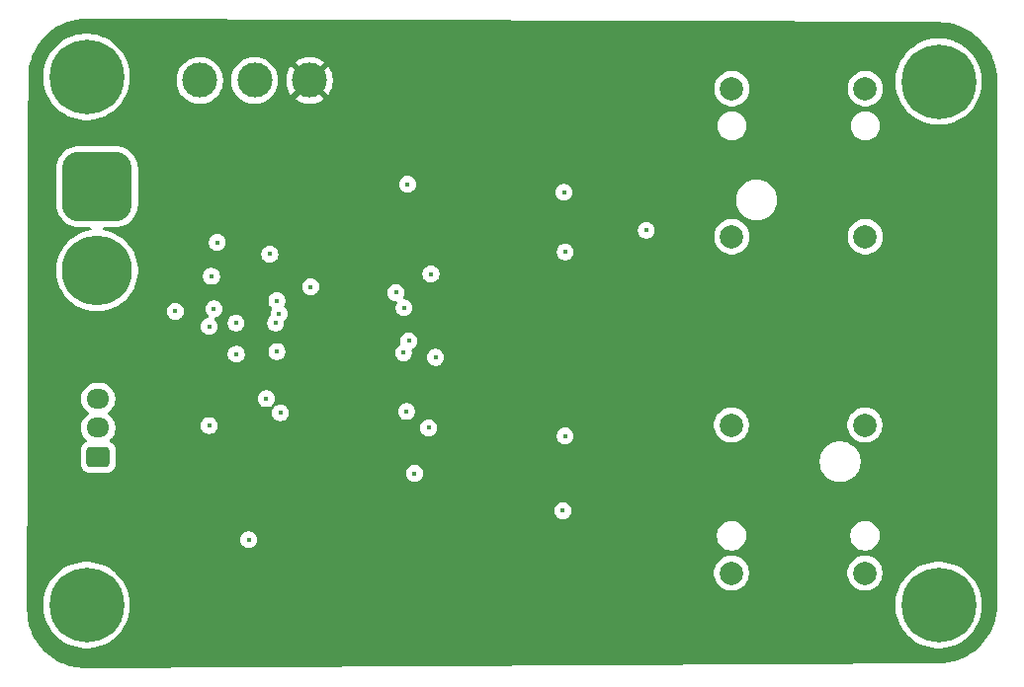
<source format=gbr>
%TF.GenerationSoftware,KiCad,Pcbnew,9.0.0*%
%TF.CreationDate,2025-03-24T08:49:24+01:00*%
%TF.ProjectId,Pcb_Ampli2,5063625f-416d-4706-9c69-322e6b696361,rev?*%
%TF.SameCoordinates,Original*%
%TF.FileFunction,Copper,L3,Inr*%
%TF.FilePolarity,Positive*%
%FSLAX46Y46*%
G04 Gerber Fmt 4.6, Leading zero omitted, Abs format (unit mm)*
G04 Created by KiCad (PCBNEW 9.0.0) date 2025-03-24 08:49:24*
%MOMM*%
%LPD*%
G01*
G04 APERTURE LIST*
G04 Aperture macros list*
%AMRoundRect*
0 Rectangle with rounded corners*
0 $1 Rounding radius*
0 $2 $3 $4 $5 $6 $7 $8 $9 X,Y pos of 4 corners*
0 Add a 4 corners polygon primitive as box body*
4,1,4,$2,$3,$4,$5,$6,$7,$8,$9,$2,$3,0*
0 Add four circle primitives for the rounded corners*
1,1,$1+$1,$2,$3*
1,1,$1+$1,$4,$5*
1,1,$1+$1,$6,$7*
1,1,$1+$1,$8,$9*
0 Add four rect primitives between the rounded corners*
20,1,$1+$1,$2,$3,$4,$5,0*
20,1,$1+$1,$4,$5,$6,$7,0*
20,1,$1+$1,$6,$7,$8,$9,0*
20,1,$1+$1,$8,$9,$2,$3,0*%
G04 Aperture macros list end*
%TA.AperFunction,ComponentPad*%
%ADD10RoundRect,0.250000X0.725000X-0.600000X0.725000X0.600000X-0.725000X0.600000X-0.725000X-0.600000X0*%
%TD*%
%TA.AperFunction,ComponentPad*%
%ADD11O,1.950000X1.700000*%
%TD*%
%TA.AperFunction,ComponentPad*%
%ADD12C,0.800000*%
%TD*%
%TA.AperFunction,ComponentPad*%
%ADD13C,6.400000*%
%TD*%
%TA.AperFunction,ComponentPad*%
%ADD14C,2.006600*%
%TD*%
%TA.AperFunction,ComponentPad*%
%ADD15RoundRect,1.500000X-1.500000X1.500000X-1.500000X-1.500000X1.500000X-1.500000X1.500000X1.500000X0*%
%TD*%
%TA.AperFunction,ComponentPad*%
%ADD16C,6.000000*%
%TD*%
%TA.AperFunction,ComponentPad*%
%ADD17C,3.000000*%
%TD*%
%TA.AperFunction,ViaPad*%
%ADD18C,0.450000*%
%TD*%
%TA.AperFunction,ViaPad*%
%ADD19C,1.200000*%
%TD*%
G04 APERTURE END LIST*
D10*
%TO.N,GND*%
%TO.C,J5*%
X81500000Y-82300000D03*
D11*
%TO.N,Net-(J5-Pin_2)*%
X81500000Y-79800000D03*
%TO.N,Net-(J5-Pin_3)*%
X81500000Y-77300000D03*
%TD*%
D12*
%TO.N,GND*%
%TO.C,H4*%
X151100000Y-95000000D03*
X151802944Y-93302944D03*
X151802944Y-96697056D03*
X153500000Y-92600000D03*
D13*
X153500000Y-95000000D03*
D12*
X153500000Y-97400000D03*
X155197056Y-93302944D03*
X155197056Y-96697056D03*
X155900000Y-95000000D03*
%TD*%
%TO.N,GND*%
%TO.C,H1*%
X78100000Y-49700000D03*
X78802944Y-48002944D03*
X78802944Y-51397056D03*
X80500000Y-47300000D03*
D13*
X80500000Y-49700000D03*
D12*
X80500000Y-52100000D03*
X82197056Y-48002944D03*
X82197056Y-51397056D03*
X82900000Y-49700000D03*
%TD*%
%TO.N,GND*%
%TO.C,H2*%
X151100000Y-50100000D03*
X151802944Y-48402944D03*
X151802944Y-51797056D03*
X153500000Y-47700000D03*
D13*
X153500000Y-50100000D03*
D12*
X153500000Y-52500000D03*
X155197056Y-48402944D03*
X155197056Y-51797056D03*
X155900000Y-50100000D03*
%TD*%
%TO.N,GND*%
%TO.C,H3*%
X78100000Y-95000000D03*
X78802944Y-93302944D03*
X78802944Y-96697056D03*
X80500000Y-92600000D03*
D13*
X80500000Y-95000000D03*
D12*
X80500000Y-97400000D03*
X82197056Y-93302944D03*
X82197056Y-96697056D03*
X82900000Y-95000000D03*
%TD*%
D14*
%TO.N,Net-(C27-Pad2)*%
%TO.C,J2*%
X135770000Y-50700000D03*
X147200000Y-50700000D03*
%TO.N,Net-(C28-Pad1)*%
X135770000Y-63400000D03*
X147200000Y-63400000D03*
%TD*%
D15*
%TO.N,GND*%
%TO.C,J1*%
X81400000Y-59100000D03*
D16*
%TO.N,Net-(J1-Pin_2)*%
X81400000Y-66300000D03*
%TD*%
D14*
%TO.N,Net-(C34-Pad1)*%
%TO.C,J3*%
X147181600Y-92258896D03*
X135751600Y-92258896D03*
%TO.N,Net-(C33-Pad2)*%
X147181600Y-79558896D03*
X135751600Y-79558896D03*
%TD*%
D17*
%TO.N,+24V*%
%TO.C,SW1*%
X99600000Y-50000000D03*
%TO.N,Net-(J1-Pin_2)*%
X94900000Y-50000000D03*
%TO.N,unconnected-(SW1-C-Pad3)*%
X90200000Y-50000000D03*
%TD*%
D18*
%TO.N,GND*%
X91200000Y-66800000D03*
X91000000Y-79600000D03*
X107000000Y-68200000D03*
X121400000Y-59600000D03*
X93325000Y-73475000D03*
X107900000Y-78400000D03*
X94400000Y-89400000D03*
X121500000Y-80500000D03*
X121500000Y-64700000D03*
X128450000Y-62850000D03*
X107650000Y-73350000D03*
X121300000Y-86900000D03*
X110400000Y-73750000D03*
X96800000Y-73250000D03*
X88100000Y-69800000D03*
X99700000Y-67700000D03*
X93300000Y-70800000D03*
D19*
%TO.N,+24V*%
X119800000Y-73900000D03*
X93500000Y-58000000D03*
X89000000Y-85000000D03*
X97000000Y-67500000D03*
X107500000Y-71000000D03*
X107700000Y-75600000D03*
X98500000Y-55500000D03*
D18*
%TO.N,Net-(J5-Pin_3)*%
X91700000Y-63900000D03*
%TO.N,Net-(TPA1-5_Input_A)*%
X96200000Y-64900000D03*
X96800000Y-68900000D03*
%TO.N,Net-(TPA1-20_VBG)*%
X95900000Y-77300000D03*
X97100000Y-78500000D03*
%TO.N,Net-(TPA1-39_OUT_A)*%
X107700000Y-69500000D03*
X108000000Y-58900000D03*
%TO.N,Net-(TPA1-35_OUT_B)*%
X110000000Y-66600000D03*
X108100000Y-72350000D03*
%TO.N,Net-(TPA1-27_OUT_D)*%
X109800000Y-79800000D03*
X108600000Y-83700000D03*
%TO.N,Net-(TPA1-7_OC_ADJ)*%
X97000000Y-70000000D03*
X91400000Y-69600000D03*
%TO.N,Net-(TPA1-8_FREQ_ADJ)*%
X96700000Y-70800000D03*
X91000000Y-71100000D03*
%TD*%
%TA.AperFunction,Conductor*%
%TO.N,+24V*%
G36*
X153448435Y-45000288D02*
G01*
X153448442Y-45000290D01*
X153448456Y-45000288D01*
X153449699Y-45000293D01*
X153497976Y-45000501D01*
X153502566Y-45000605D01*
X153870276Y-45015814D01*
X153875906Y-45016177D01*
X153959956Y-45023530D01*
X153964429Y-45024004D01*
X154287028Y-45064216D01*
X154293169Y-45065140D01*
X154371766Y-45078999D01*
X154375594Y-45079737D01*
X154699008Y-45147549D01*
X154705622Y-45149128D01*
X154774576Y-45167604D01*
X154777787Y-45168512D01*
X155103169Y-45265383D01*
X155110157Y-45267692D01*
X155164056Y-45287310D01*
X155166678Y-45288299D01*
X155496425Y-45416967D01*
X155503729Y-45420089D01*
X155534837Y-45434595D01*
X155536641Y-45435458D01*
X155874902Y-45600823D01*
X155883883Y-45605683D01*
X156230070Y-45811966D01*
X156238638Y-45817564D01*
X156566593Y-46051719D01*
X156574668Y-46058005D01*
X156756034Y-46211614D01*
X156882155Y-46318433D01*
X156889695Y-46325374D01*
X157174625Y-46610304D01*
X157181566Y-46617844D01*
X157441989Y-46925325D01*
X157448284Y-46933412D01*
X157682431Y-47261355D01*
X157688037Y-47269935D01*
X157894309Y-47616105D01*
X157899186Y-47625119D01*
X158064467Y-47963206D01*
X158065450Y-47965262D01*
X158079902Y-47996255D01*
X158083036Y-48003584D01*
X158211691Y-48333300D01*
X158212696Y-48335964D01*
X158232299Y-48389822D01*
X158234622Y-48396851D01*
X158331475Y-48722173D01*
X158332405Y-48725462D01*
X158350867Y-48794364D01*
X158352453Y-48801010D01*
X158420250Y-49124350D01*
X158421005Y-49128265D01*
X158434854Y-49206807D01*
X158435786Y-49213001D01*
X158475990Y-49535538D01*
X158476470Y-49540069D01*
X158483819Y-49624067D01*
X158484185Y-49629749D01*
X158499394Y-49997437D01*
X158499500Y-50002562D01*
X158499500Y-94997437D01*
X158499394Y-95002562D01*
X158484185Y-95370249D01*
X158483819Y-95375931D01*
X158476470Y-95459929D01*
X158475990Y-95464460D01*
X158435786Y-95786997D01*
X158434854Y-95793191D01*
X158421005Y-95871733D01*
X158420250Y-95875648D01*
X158352453Y-96198988D01*
X158350867Y-96205634D01*
X158332405Y-96274536D01*
X158331475Y-96277825D01*
X158234622Y-96603147D01*
X158232299Y-96610176D01*
X158212696Y-96664034D01*
X158211691Y-96666698D01*
X158083036Y-96996414D01*
X158079902Y-97003743D01*
X158065471Y-97034691D01*
X158064489Y-97036747D01*
X157899182Y-97374889D01*
X157894304Y-97383903D01*
X157688037Y-97730064D01*
X157682431Y-97738644D01*
X157448284Y-98066587D01*
X157441989Y-98074674D01*
X157181566Y-98382155D01*
X157174625Y-98389695D01*
X156889695Y-98674625D01*
X156882155Y-98681566D01*
X156574674Y-98941989D01*
X156566587Y-98948284D01*
X156238644Y-99182431D01*
X156230064Y-99188037D01*
X155883903Y-99394304D01*
X155874889Y-99399182D01*
X155536747Y-99564489D01*
X155534691Y-99565471D01*
X155503743Y-99579902D01*
X155496414Y-99583036D01*
X155166698Y-99711691D01*
X155164034Y-99712696D01*
X155110176Y-99732299D01*
X155103147Y-99734622D01*
X154777825Y-99831475D01*
X154774536Y-99832405D01*
X154705634Y-99850867D01*
X154698988Y-99852453D01*
X154375648Y-99920250D01*
X154371733Y-99921005D01*
X154293191Y-99934854D01*
X154286997Y-99935786D01*
X153964460Y-99975990D01*
X153959929Y-99976470D01*
X153875931Y-99983819D01*
X153870249Y-99984185D01*
X153502563Y-99999394D01*
X153497438Y-99999500D01*
X153451094Y-99999500D01*
X153448534Y-99999780D01*
X80402900Y-100399483D01*
X80397097Y-100399379D01*
X80029749Y-100384185D01*
X80024065Y-100383819D01*
X79940068Y-100376470D01*
X79935538Y-100375990D01*
X79613001Y-100335786D01*
X79606807Y-100334854D01*
X79528265Y-100321005D01*
X79524350Y-100320250D01*
X79201010Y-100252453D01*
X79194364Y-100250867D01*
X79125462Y-100232405D01*
X79122173Y-100231475D01*
X78796851Y-100134622D01*
X78789822Y-100132299D01*
X78735964Y-100112696D01*
X78733300Y-100111691D01*
X78403584Y-99983036D01*
X78396255Y-99979902D01*
X78365262Y-99965450D01*
X78363206Y-99964467D01*
X78025119Y-99799186D01*
X78016105Y-99794309D01*
X77669935Y-99588037D01*
X77661355Y-99582431D01*
X77333412Y-99348284D01*
X77325325Y-99341989D01*
X77017844Y-99081566D01*
X77010304Y-99074625D01*
X76725374Y-98789695D01*
X76718433Y-98782155D01*
X76559019Y-98593935D01*
X76458005Y-98474668D01*
X76451715Y-98466587D01*
X76394226Y-98386069D01*
X76217564Y-98138638D01*
X76211962Y-98130064D01*
X76120070Y-97975849D01*
X76005683Y-97783883D01*
X76000823Y-97774902D01*
X75835458Y-97436641D01*
X75834595Y-97434837D01*
X75820089Y-97403729D01*
X75816962Y-97396414D01*
X75812080Y-97383903D01*
X75688299Y-97066679D01*
X75687302Y-97064034D01*
X75667692Y-97010157D01*
X75665383Y-97003169D01*
X75568512Y-96677787D01*
X75567604Y-96674576D01*
X75549128Y-96605622D01*
X75547549Y-96599008D01*
X75479737Y-96275594D01*
X75478999Y-96271766D01*
X75465140Y-96193169D01*
X75464216Y-96187028D01*
X75424004Y-95864429D01*
X75423530Y-95859956D01*
X75416177Y-95775906D01*
X75415814Y-95770277D01*
X75400610Y-95402664D01*
X75400505Y-95397350D01*
X75401772Y-94818209D01*
X76799500Y-94818209D01*
X76799500Y-95181790D01*
X76835137Y-95543630D01*
X76906064Y-95900212D01*
X76906067Y-95900223D01*
X77011614Y-96248165D01*
X77150754Y-96584078D01*
X77150756Y-96584083D01*
X77322140Y-96904720D01*
X77322144Y-96904727D01*
X77322147Y-96904732D01*
X77428589Y-97064034D01*
X77524140Y-97207035D01*
X77524150Y-97207049D01*
X77754807Y-97488106D01*
X78011893Y-97745192D01*
X78011898Y-97745196D01*
X78011899Y-97745197D01*
X78292956Y-97975854D01*
X78595268Y-98177853D01*
X78595277Y-98177858D01*
X78595279Y-98177859D01*
X78915916Y-98349243D01*
X78915918Y-98349243D01*
X78915924Y-98349247D01*
X79251836Y-98488386D01*
X79599767Y-98593930D01*
X79599773Y-98593931D01*
X79599776Y-98593932D01*
X79599787Y-98593935D01*
X79956369Y-98664862D01*
X80318206Y-98700500D01*
X80318209Y-98700500D01*
X80681791Y-98700500D01*
X80681794Y-98700500D01*
X81043631Y-98664862D01*
X81113045Y-98651054D01*
X81400212Y-98593935D01*
X81400223Y-98593932D01*
X81400223Y-98593931D01*
X81400233Y-98593930D01*
X81748164Y-98488386D01*
X82084076Y-98349247D01*
X82404732Y-98177853D01*
X82707044Y-97975854D01*
X82988101Y-97745197D01*
X83245197Y-97488101D01*
X83475854Y-97207044D01*
X83677853Y-96904732D01*
X83849247Y-96584076D01*
X83988386Y-96248164D01*
X84093930Y-95900233D01*
X84093932Y-95900223D01*
X84093935Y-95900212D01*
X84164862Y-95543630D01*
X84181379Y-95375931D01*
X84200500Y-95181794D01*
X84200500Y-94818209D01*
X149799500Y-94818209D01*
X149799500Y-95181790D01*
X149835137Y-95543630D01*
X149906064Y-95900212D01*
X149906067Y-95900223D01*
X150011614Y-96248165D01*
X150150754Y-96584078D01*
X150150756Y-96584083D01*
X150322140Y-96904720D01*
X150322144Y-96904727D01*
X150322147Y-96904732D01*
X150428589Y-97064034D01*
X150524140Y-97207035D01*
X150524150Y-97207049D01*
X150754807Y-97488106D01*
X151011893Y-97745192D01*
X151011898Y-97745196D01*
X151011899Y-97745197D01*
X151292956Y-97975854D01*
X151595268Y-98177853D01*
X151595277Y-98177858D01*
X151595279Y-98177859D01*
X151915916Y-98349243D01*
X151915918Y-98349243D01*
X151915924Y-98349247D01*
X152251836Y-98488386D01*
X152599767Y-98593930D01*
X152599773Y-98593931D01*
X152599776Y-98593932D01*
X152599787Y-98593935D01*
X152956369Y-98664862D01*
X153318206Y-98700500D01*
X153318209Y-98700500D01*
X153681791Y-98700500D01*
X153681794Y-98700500D01*
X154043631Y-98664862D01*
X154113045Y-98651054D01*
X154400212Y-98593935D01*
X154400223Y-98593932D01*
X154400223Y-98593931D01*
X154400233Y-98593930D01*
X154748164Y-98488386D01*
X155084076Y-98349247D01*
X155404732Y-98177853D01*
X155707044Y-97975854D01*
X155988101Y-97745197D01*
X156245197Y-97488101D01*
X156475854Y-97207044D01*
X156677853Y-96904732D01*
X156849247Y-96584076D01*
X156988386Y-96248164D01*
X157093930Y-95900233D01*
X157093932Y-95900223D01*
X157093935Y-95900212D01*
X157164862Y-95543630D01*
X157181379Y-95375931D01*
X157200500Y-95181794D01*
X157200500Y-94818206D01*
X157164862Y-94456369D01*
X157093935Y-94099787D01*
X157093932Y-94099776D01*
X157093931Y-94099773D01*
X157093930Y-94099767D01*
X156988386Y-93751836D01*
X156849247Y-93415924D01*
X156843903Y-93405927D01*
X156677859Y-93095279D01*
X156677858Y-93095277D01*
X156677853Y-93095268D01*
X156475854Y-92792956D01*
X156245197Y-92511899D01*
X156245196Y-92511898D01*
X156245192Y-92511893D01*
X155988106Y-92254807D01*
X155707049Y-92024150D01*
X155707048Y-92024149D01*
X155707044Y-92024146D01*
X155404732Y-91822147D01*
X155404727Y-91822144D01*
X155404720Y-91822140D01*
X155084083Y-91650756D01*
X155084078Y-91650754D01*
X154748165Y-91511614D01*
X154400223Y-91406067D01*
X154400212Y-91406064D01*
X154043630Y-91335137D01*
X153771111Y-91308296D01*
X153681794Y-91299500D01*
X153318206Y-91299500D01*
X153235679Y-91307628D01*
X152956369Y-91335137D01*
X152599787Y-91406064D01*
X152599776Y-91406067D01*
X152251834Y-91511614D01*
X151915921Y-91650754D01*
X151915916Y-91650756D01*
X151595279Y-91822140D01*
X151595261Y-91822151D01*
X151292964Y-92024140D01*
X151292950Y-92024150D01*
X151011893Y-92254807D01*
X150754807Y-92511893D01*
X150524150Y-92792950D01*
X150524140Y-92792964D01*
X150322151Y-93095261D01*
X150322140Y-93095279D01*
X150150756Y-93415916D01*
X150150754Y-93415921D01*
X150011614Y-93751834D01*
X149906067Y-94099776D01*
X149906064Y-94099787D01*
X149835137Y-94456369D01*
X149799500Y-94818209D01*
X84200500Y-94818209D01*
X84200500Y-94818206D01*
X84164862Y-94456369D01*
X84093935Y-94099787D01*
X84093932Y-94099776D01*
X84093931Y-94099773D01*
X84093930Y-94099767D01*
X83988386Y-93751836D01*
X83849247Y-93415924D01*
X83843903Y-93405927D01*
X83677859Y-93095279D01*
X83677858Y-93095277D01*
X83677853Y-93095268D01*
X83475854Y-92792956D01*
X83245197Y-92511899D01*
X83245196Y-92511898D01*
X83245192Y-92511893D01*
X82988106Y-92254807D01*
X82959737Y-92231525D01*
X82848876Y-92140544D01*
X134247800Y-92140544D01*
X134247800Y-92377247D01*
X134284829Y-92611038D01*
X134284829Y-92611041D01*
X134357972Y-92836152D01*
X134357974Y-92836155D01*
X134465435Y-93047059D01*
X134604566Y-93238556D01*
X134771940Y-93405930D01*
X134963437Y-93545061D01*
X135174341Y-93652522D01*
X135174343Y-93652523D01*
X135399455Y-93725666D01*
X135399456Y-93725666D01*
X135399459Y-93725667D01*
X135633248Y-93762696D01*
X135633249Y-93762696D01*
X135869951Y-93762696D01*
X135869952Y-93762696D01*
X136103741Y-93725667D01*
X136103744Y-93725666D01*
X136103745Y-93725666D01*
X136328856Y-93652523D01*
X136328856Y-93652522D01*
X136328859Y-93652522D01*
X136539763Y-93545061D01*
X136731260Y-93405930D01*
X136898634Y-93238556D01*
X137037765Y-93047059D01*
X137145226Y-92836155D01*
X137218371Y-92611037D01*
X137255400Y-92377248D01*
X137255400Y-92140544D01*
X145677800Y-92140544D01*
X145677800Y-92377247D01*
X145714829Y-92611038D01*
X145714829Y-92611041D01*
X145787972Y-92836152D01*
X145787974Y-92836155D01*
X145895435Y-93047059D01*
X146034566Y-93238556D01*
X146201940Y-93405930D01*
X146393437Y-93545061D01*
X146604341Y-93652522D01*
X146604343Y-93652523D01*
X146829455Y-93725666D01*
X146829456Y-93725666D01*
X146829459Y-93725667D01*
X147063248Y-93762696D01*
X147063249Y-93762696D01*
X147299951Y-93762696D01*
X147299952Y-93762696D01*
X147533741Y-93725667D01*
X147533744Y-93725666D01*
X147533745Y-93725666D01*
X147758856Y-93652523D01*
X147758856Y-93652522D01*
X147758859Y-93652522D01*
X147969763Y-93545061D01*
X148161260Y-93405930D01*
X148328634Y-93238556D01*
X148467765Y-93047059D01*
X148575226Y-92836155D01*
X148648371Y-92611037D01*
X148685400Y-92377248D01*
X148685400Y-92140544D01*
X148648371Y-91906755D01*
X148648370Y-91906751D01*
X148648370Y-91906750D01*
X148575227Y-91681639D01*
X148467764Y-91470732D01*
X148420782Y-91406067D01*
X148328634Y-91279236D01*
X148161260Y-91111862D01*
X147969763Y-90972731D01*
X147758856Y-90865268D01*
X147533744Y-90792125D01*
X147358399Y-90764353D01*
X147299952Y-90755096D01*
X147063248Y-90755096D01*
X146985318Y-90767439D01*
X146829457Y-90792125D01*
X146829454Y-90792125D01*
X146604343Y-90865268D01*
X146393436Y-90972731D01*
X146284180Y-91052110D01*
X146201940Y-91111862D01*
X146201938Y-91111864D01*
X146201937Y-91111864D01*
X146034568Y-91279233D01*
X146034568Y-91279234D01*
X146034566Y-91279236D01*
X145993951Y-91335138D01*
X145895435Y-91470732D01*
X145787972Y-91681639D01*
X145714829Y-91906750D01*
X145714829Y-91906753D01*
X145677800Y-92140544D01*
X137255400Y-92140544D01*
X137218371Y-91906755D01*
X137218370Y-91906751D01*
X137218370Y-91906750D01*
X137145227Y-91681639D01*
X137037764Y-91470732D01*
X136990782Y-91406067D01*
X136898634Y-91279236D01*
X136731260Y-91111862D01*
X136539763Y-90972731D01*
X136328856Y-90865268D01*
X136103744Y-90792125D01*
X135928399Y-90764353D01*
X135869952Y-90755096D01*
X135633248Y-90755096D01*
X135555318Y-90767439D01*
X135399457Y-90792125D01*
X135399454Y-90792125D01*
X135174343Y-90865268D01*
X134963436Y-90972731D01*
X134854180Y-91052110D01*
X134771940Y-91111862D01*
X134771938Y-91111864D01*
X134771937Y-91111864D01*
X134604568Y-91279233D01*
X134604568Y-91279234D01*
X134604566Y-91279236D01*
X134563951Y-91335138D01*
X134465435Y-91470732D01*
X134357972Y-91681639D01*
X134284829Y-91906750D01*
X134284829Y-91906753D01*
X134247800Y-92140544D01*
X82848876Y-92140544D01*
X82707049Y-92024150D01*
X82707048Y-92024149D01*
X82707044Y-92024146D01*
X82404732Y-91822147D01*
X82404727Y-91822144D01*
X82404720Y-91822140D01*
X82084083Y-91650756D01*
X82084078Y-91650754D01*
X81748165Y-91511614D01*
X81400223Y-91406067D01*
X81400212Y-91406064D01*
X81043630Y-91335137D01*
X80771111Y-91308296D01*
X80681794Y-91299500D01*
X80318206Y-91299500D01*
X80235679Y-91307628D01*
X79956369Y-91335137D01*
X79599787Y-91406064D01*
X79599776Y-91406067D01*
X79251834Y-91511614D01*
X78915921Y-91650754D01*
X78915916Y-91650756D01*
X78595279Y-91822140D01*
X78595261Y-91822151D01*
X78292964Y-92024140D01*
X78292950Y-92024150D01*
X78011893Y-92254807D01*
X77754807Y-92511893D01*
X77524150Y-92792950D01*
X77524140Y-92792964D01*
X77322151Y-93095261D01*
X77322140Y-93095279D01*
X77150756Y-93415916D01*
X77150754Y-93415921D01*
X77011614Y-93751834D01*
X76906067Y-94099776D01*
X76906064Y-94099787D01*
X76835137Y-94456369D01*
X76799500Y-94818209D01*
X75401772Y-94818209D01*
X75413471Y-89471457D01*
X93674499Y-89471457D01*
X93702379Y-89611614D01*
X93702381Y-89611620D01*
X93757069Y-89743650D01*
X93757074Y-89743659D01*
X93836467Y-89862478D01*
X93836470Y-89862482D01*
X93937517Y-89963529D01*
X93937521Y-89963532D01*
X94056340Y-90042925D01*
X94056346Y-90042928D01*
X94056347Y-90042929D01*
X94188380Y-90097619D01*
X94188384Y-90097619D01*
X94188385Y-90097620D01*
X94328542Y-90125500D01*
X94328545Y-90125500D01*
X94471457Y-90125500D01*
X94565751Y-90106742D01*
X94611620Y-90097619D01*
X94743653Y-90042929D01*
X94862479Y-89963532D01*
X94963532Y-89862479D01*
X95042929Y-89743653D01*
X95097619Y-89611620D01*
X95125500Y-89471455D01*
X95125500Y-89328545D01*
X95125500Y-89328542D01*
X95097620Y-89188385D01*
X95097619Y-89188384D01*
X95097619Y-89188380D01*
X95042929Y-89056347D01*
X94978694Y-88960212D01*
X134497800Y-88960212D01*
X134497800Y-89157563D01*
X134528673Y-89352488D01*
X134528673Y-89352491D01*
X134589656Y-89540177D01*
X134679254Y-89716022D01*
X134795255Y-89875684D01*
X134934804Y-90015233D01*
X135094466Y-90131234D01*
X135270308Y-90220830D01*
X135270310Y-90220831D01*
X135457997Y-90281814D01*
X135457998Y-90281814D01*
X135458001Y-90281815D01*
X135652924Y-90312688D01*
X135652925Y-90312688D01*
X135850275Y-90312688D01*
X135850276Y-90312688D01*
X136045199Y-90281815D01*
X136045202Y-90281814D01*
X136045203Y-90281814D01*
X136232889Y-90220831D01*
X136232889Y-90220830D01*
X136232892Y-90220830D01*
X136408734Y-90131234D01*
X136568396Y-90015233D01*
X136707945Y-89875684D01*
X136823946Y-89716022D01*
X136913542Y-89540180D01*
X136913543Y-89540177D01*
X136974526Y-89352491D01*
X136974526Y-89352490D01*
X136974527Y-89352487D01*
X137005400Y-89157564D01*
X137005400Y-88960212D01*
X145927800Y-88960212D01*
X145927800Y-89157563D01*
X145958673Y-89352488D01*
X145958673Y-89352491D01*
X146019656Y-89540177D01*
X146109254Y-89716022D01*
X146225255Y-89875684D01*
X146364804Y-90015233D01*
X146524466Y-90131234D01*
X146700308Y-90220830D01*
X146700310Y-90220831D01*
X146887997Y-90281814D01*
X146887998Y-90281814D01*
X146888001Y-90281815D01*
X147082924Y-90312688D01*
X147082925Y-90312688D01*
X147280275Y-90312688D01*
X147280276Y-90312688D01*
X147475199Y-90281815D01*
X147475202Y-90281814D01*
X147475203Y-90281814D01*
X147662889Y-90220831D01*
X147662889Y-90220830D01*
X147662892Y-90220830D01*
X147838734Y-90131234D01*
X147998396Y-90015233D01*
X148137945Y-89875684D01*
X148253946Y-89716022D01*
X148343542Y-89540180D01*
X148343543Y-89540177D01*
X148404526Y-89352491D01*
X148404526Y-89352490D01*
X148404527Y-89352487D01*
X148435400Y-89157564D01*
X148435400Y-88960212D01*
X148404527Y-88765289D01*
X148404526Y-88765285D01*
X148404526Y-88765284D01*
X148343543Y-88577598D01*
X148253945Y-88401753D01*
X148137945Y-88242092D01*
X147998396Y-88102543D01*
X147838734Y-87986542D01*
X147662889Y-87896944D01*
X147475202Y-87835961D01*
X147329006Y-87812806D01*
X147280276Y-87805088D01*
X147082924Y-87805088D01*
X147017949Y-87815379D01*
X146887999Y-87835961D01*
X146887996Y-87835961D01*
X146700310Y-87896944D01*
X146524465Y-87986542D01*
X146364801Y-88102545D01*
X146225257Y-88242089D01*
X146109254Y-88401753D01*
X146019656Y-88577598D01*
X145958673Y-88765284D01*
X145958673Y-88765287D01*
X145927800Y-88960212D01*
X137005400Y-88960212D01*
X136974527Y-88765289D01*
X136974526Y-88765285D01*
X136974526Y-88765284D01*
X136913543Y-88577598D01*
X136823945Y-88401753D01*
X136707945Y-88242092D01*
X136568396Y-88102543D01*
X136408734Y-87986542D01*
X136232889Y-87896944D01*
X136045202Y-87835961D01*
X135899006Y-87812806D01*
X135850276Y-87805088D01*
X135652924Y-87805088D01*
X135587949Y-87815379D01*
X135457999Y-87835961D01*
X135457996Y-87835961D01*
X135270310Y-87896944D01*
X135094465Y-87986542D01*
X134934801Y-88102545D01*
X134795257Y-88242089D01*
X134679254Y-88401753D01*
X134589656Y-88577598D01*
X134528673Y-88765284D01*
X134528673Y-88765287D01*
X134497800Y-88960212D01*
X94978694Y-88960212D01*
X94963532Y-88937520D01*
X94862482Y-88836470D01*
X94862478Y-88836467D01*
X94743659Y-88757074D01*
X94743650Y-88757069D01*
X94611620Y-88702381D01*
X94611614Y-88702379D01*
X94471457Y-88674500D01*
X94471455Y-88674500D01*
X94328545Y-88674500D01*
X94328543Y-88674500D01*
X94188385Y-88702379D01*
X94188379Y-88702381D01*
X94056349Y-88757069D01*
X94056340Y-88757074D01*
X93937521Y-88836467D01*
X93937517Y-88836470D01*
X93836470Y-88937517D01*
X93836467Y-88937521D01*
X93757074Y-89056340D01*
X93757069Y-89056349D01*
X93702381Y-89188379D01*
X93702379Y-89188385D01*
X93674500Y-89328542D01*
X93674500Y-89328545D01*
X93674500Y-89471455D01*
X93674500Y-89471457D01*
X93674499Y-89471457D01*
X75413471Y-89471457D01*
X75418942Y-86971457D01*
X120574499Y-86971457D01*
X120602379Y-87111614D01*
X120602381Y-87111620D01*
X120657069Y-87243650D01*
X120657074Y-87243659D01*
X120736467Y-87362478D01*
X120736470Y-87362482D01*
X120837517Y-87463529D01*
X120837521Y-87463532D01*
X120956340Y-87542925D01*
X120956346Y-87542928D01*
X120956347Y-87542929D01*
X121088380Y-87597619D01*
X121088384Y-87597619D01*
X121088385Y-87597620D01*
X121228542Y-87625500D01*
X121228545Y-87625500D01*
X121371457Y-87625500D01*
X121465751Y-87606742D01*
X121511620Y-87597619D01*
X121643653Y-87542929D01*
X121762479Y-87463532D01*
X121863532Y-87362479D01*
X121942929Y-87243653D01*
X121997619Y-87111620D01*
X122025500Y-86971455D01*
X122025500Y-86828545D01*
X122025500Y-86828542D01*
X121997620Y-86688385D01*
X121997619Y-86688384D01*
X121997619Y-86688380D01*
X121942929Y-86556347D01*
X121942928Y-86556346D01*
X121942925Y-86556340D01*
X121863532Y-86437521D01*
X121863529Y-86437517D01*
X121762482Y-86336470D01*
X121762478Y-86336467D01*
X121643659Y-86257074D01*
X121643650Y-86257069D01*
X121511620Y-86202381D01*
X121511614Y-86202379D01*
X121371457Y-86174500D01*
X121371455Y-86174500D01*
X121228545Y-86174500D01*
X121228543Y-86174500D01*
X121088385Y-86202379D01*
X121088379Y-86202381D01*
X120956349Y-86257069D01*
X120956340Y-86257074D01*
X120837521Y-86336467D01*
X120837517Y-86336470D01*
X120736470Y-86437517D01*
X120736467Y-86437521D01*
X120657074Y-86556340D01*
X120657069Y-86556349D01*
X120602381Y-86688379D01*
X120602379Y-86688385D01*
X120574500Y-86828542D01*
X120574500Y-86828545D01*
X120574500Y-86971455D01*
X120574500Y-86971457D01*
X120574499Y-86971457D01*
X75418942Y-86971457D01*
X75425944Y-83771457D01*
X107874499Y-83771457D01*
X107902379Y-83911614D01*
X107902381Y-83911620D01*
X107957069Y-84043650D01*
X107957074Y-84043659D01*
X108036467Y-84162478D01*
X108036470Y-84162482D01*
X108137517Y-84263529D01*
X108137521Y-84263532D01*
X108256340Y-84342925D01*
X108256346Y-84342928D01*
X108256347Y-84342929D01*
X108388380Y-84397619D01*
X108388384Y-84397619D01*
X108388385Y-84397620D01*
X108528542Y-84425500D01*
X108528545Y-84425500D01*
X108671457Y-84425500D01*
X108765751Y-84406742D01*
X108811620Y-84397619D01*
X108943653Y-84342929D01*
X109062479Y-84263532D01*
X109163532Y-84162479D01*
X109242929Y-84043653D01*
X109297619Y-83911620D01*
X109325500Y-83771455D01*
X109325500Y-83628545D01*
X109325500Y-83628542D01*
X109297620Y-83488385D01*
X109297619Y-83488384D01*
X109297619Y-83488380D01*
X109242929Y-83356347D01*
X109242928Y-83356346D01*
X109242925Y-83356340D01*
X109163532Y-83237521D01*
X109163529Y-83237517D01*
X109062482Y-83136470D01*
X109062478Y-83136467D01*
X108943659Y-83057074D01*
X108943650Y-83057069D01*
X108811620Y-83002381D01*
X108811614Y-83002379D01*
X108671457Y-82974500D01*
X108671455Y-82974500D01*
X108528545Y-82974500D01*
X108528543Y-82974500D01*
X108388385Y-83002379D01*
X108388379Y-83002381D01*
X108256349Y-83057069D01*
X108256340Y-83057074D01*
X108137521Y-83136467D01*
X108137517Y-83136470D01*
X108036470Y-83237517D01*
X108036467Y-83237521D01*
X107957074Y-83356340D01*
X107957069Y-83356349D01*
X107902381Y-83488379D01*
X107902379Y-83488385D01*
X107874500Y-83628542D01*
X107874500Y-83628545D01*
X107874500Y-83771455D01*
X107874500Y-83771457D01*
X107874499Y-83771457D01*
X75425944Y-83771457D01*
X75440337Y-77193713D01*
X80024500Y-77193713D01*
X80024500Y-77406287D01*
X80057754Y-77616243D01*
X80118234Y-77802381D01*
X80123444Y-77818414D01*
X80219951Y-78007820D01*
X80344890Y-78179786D01*
X80495209Y-78330105D01*
X80495214Y-78330109D01*
X80659793Y-78449682D01*
X80702459Y-78505011D01*
X80708438Y-78574625D01*
X80675833Y-78636420D01*
X80659793Y-78650318D01*
X80495214Y-78769890D01*
X80495209Y-78769894D01*
X80344890Y-78920213D01*
X80219951Y-79092179D01*
X80123444Y-79281585D01*
X80057753Y-79483760D01*
X80041183Y-79588379D01*
X80024500Y-79693713D01*
X80024500Y-79906287D01*
X80025253Y-79911041D01*
X80049238Y-80062479D01*
X80057754Y-80116243D01*
X80116687Y-80297620D01*
X80123444Y-80318414D01*
X80219951Y-80507820D01*
X80344890Y-80679786D01*
X80483705Y-80818601D01*
X80517190Y-80879924D01*
X80512206Y-80949616D01*
X80470334Y-81005549D01*
X80461121Y-81011821D01*
X80306342Y-81107289D01*
X80182289Y-81231342D01*
X80090187Y-81380663D01*
X80090185Y-81380668D01*
X80062349Y-81464670D01*
X80035001Y-81547203D01*
X80035001Y-81547204D01*
X80035000Y-81547204D01*
X80024500Y-81649983D01*
X80024500Y-82950001D01*
X80024501Y-82950018D01*
X80035000Y-83052796D01*
X80035001Y-83052799D01*
X80090185Y-83219331D01*
X80090186Y-83219334D01*
X80182288Y-83368656D01*
X80306344Y-83492712D01*
X80455666Y-83584814D01*
X80622203Y-83639999D01*
X80724991Y-83650500D01*
X82275008Y-83650499D01*
X82377797Y-83639999D01*
X82544334Y-83584814D01*
X82693656Y-83492712D01*
X82817712Y-83368656D01*
X82909814Y-83219334D01*
X82964999Y-83052797D01*
X82975500Y-82950009D01*
X82975500Y-82594250D01*
X143302500Y-82594250D01*
X143302500Y-82823549D01*
X143319149Y-82950001D01*
X143332428Y-83050865D01*
X143334091Y-83057071D01*
X143391771Y-83272338D01*
X143479511Y-83484160D01*
X143479515Y-83484170D01*
X143594155Y-83682732D01*
X143733733Y-83864634D01*
X143733739Y-83864641D01*
X143895858Y-84026760D01*
X143895865Y-84026766D01*
X144077767Y-84166344D01*
X144276329Y-84280984D01*
X144276330Y-84280984D01*
X144276333Y-84280986D01*
X144417553Y-84339481D01*
X144488161Y-84368728D01*
X144488162Y-84368728D01*
X144488164Y-84368729D01*
X144709635Y-84428072D01*
X144936958Y-84458000D01*
X144936965Y-84458000D01*
X145166235Y-84458000D01*
X145166242Y-84458000D01*
X145393565Y-84428072D01*
X145615036Y-84368729D01*
X145826867Y-84280986D01*
X146025433Y-84166344D01*
X146207336Y-84026765D01*
X146369465Y-83864636D01*
X146509044Y-83682733D01*
X146623686Y-83484167D01*
X146711429Y-83272336D01*
X146770772Y-83050865D01*
X146800700Y-82823542D01*
X146800700Y-82594258D01*
X146770772Y-82366935D01*
X146711429Y-82145464D01*
X146623686Y-81933633D01*
X146509044Y-81735067D01*
X146369465Y-81553164D01*
X146369460Y-81553158D01*
X146207341Y-81391039D01*
X146207334Y-81391033D01*
X146025432Y-81251455D01*
X145826870Y-81136815D01*
X145826860Y-81136811D01*
X145615038Y-81049071D01*
X145504300Y-81019399D01*
X145393565Y-80989728D01*
X145343048Y-80983077D01*
X145166249Y-80959800D01*
X145166242Y-80959800D01*
X144936958Y-80959800D01*
X144936950Y-80959800D01*
X144734893Y-80986402D01*
X144709635Y-80989728D01*
X144654267Y-81004563D01*
X144488161Y-81049071D01*
X144276339Y-81136811D01*
X144276329Y-81136815D01*
X144077767Y-81251455D01*
X143895865Y-81391033D01*
X143895858Y-81391039D01*
X143733739Y-81553158D01*
X143733733Y-81553165D01*
X143594155Y-81735067D01*
X143479515Y-81933629D01*
X143479511Y-81933639D01*
X143391771Y-82145461D01*
X143332428Y-82366936D01*
X143302500Y-82594250D01*
X82975500Y-82594250D01*
X82975499Y-82145464D01*
X82975499Y-81649998D01*
X82975498Y-81649981D01*
X82964999Y-81547203D01*
X82964998Y-81547200D01*
X82913251Y-81391039D01*
X82909814Y-81380666D01*
X82817712Y-81231344D01*
X82693656Y-81107288D01*
X82544334Y-81015186D01*
X82544333Y-81015185D01*
X82538878Y-81011821D01*
X82492154Y-80959873D01*
X82480931Y-80890910D01*
X82508775Y-80826828D01*
X82516272Y-80818623D01*
X82655104Y-80679792D01*
X82733813Y-80571457D01*
X120774499Y-80571457D01*
X120802379Y-80711614D01*
X120802381Y-80711620D01*
X120857069Y-80843650D01*
X120857074Y-80843659D01*
X120936467Y-80962478D01*
X120936470Y-80962482D01*
X121037517Y-81063529D01*
X121037521Y-81063532D01*
X121156340Y-81142925D01*
X121156346Y-81142928D01*
X121156347Y-81142929D01*
X121288380Y-81197619D01*
X121288384Y-81197619D01*
X121288385Y-81197620D01*
X121428542Y-81225500D01*
X121428545Y-81225500D01*
X121571457Y-81225500D01*
X121665751Y-81206742D01*
X121711620Y-81197619D01*
X121843653Y-81142929D01*
X121962479Y-81063532D01*
X122063532Y-80962479D01*
X122142929Y-80843653D01*
X122197619Y-80711620D01*
X122225500Y-80571455D01*
X122225500Y-80428545D01*
X122225500Y-80428542D01*
X122197620Y-80288385D01*
X122197619Y-80288384D01*
X122197619Y-80288380D01*
X122142929Y-80156347D01*
X122142928Y-80156346D01*
X122142925Y-80156340D01*
X122063532Y-80037521D01*
X122063529Y-80037517D01*
X121962482Y-79936470D01*
X121962478Y-79936467D01*
X121843659Y-79857074D01*
X121843650Y-79857069D01*
X121711620Y-79802381D01*
X121711614Y-79802379D01*
X121571457Y-79774500D01*
X121571455Y-79774500D01*
X121428545Y-79774500D01*
X121428543Y-79774500D01*
X121288385Y-79802379D01*
X121288379Y-79802381D01*
X121156349Y-79857069D01*
X121156340Y-79857074D01*
X121037521Y-79936467D01*
X121037517Y-79936470D01*
X120936470Y-80037517D01*
X120936467Y-80037521D01*
X120857074Y-80156340D01*
X120857069Y-80156349D01*
X120802381Y-80288379D01*
X120802379Y-80288385D01*
X120774500Y-80428542D01*
X120774500Y-80428545D01*
X120774500Y-80571455D01*
X120774500Y-80571457D01*
X120774499Y-80571457D01*
X82733813Y-80571457D01*
X82780051Y-80507816D01*
X82876557Y-80318412D01*
X82942246Y-80116243D01*
X82975500Y-79906287D01*
X82975500Y-79693713D01*
X82971975Y-79671457D01*
X90274499Y-79671457D01*
X90302379Y-79811614D01*
X90302381Y-79811620D01*
X90357069Y-79943650D01*
X90357074Y-79943659D01*
X90436467Y-80062478D01*
X90436470Y-80062482D01*
X90537517Y-80163529D01*
X90537521Y-80163532D01*
X90656340Y-80242925D01*
X90656346Y-80242928D01*
X90656347Y-80242929D01*
X90788380Y-80297619D01*
X90788384Y-80297619D01*
X90788385Y-80297620D01*
X90928542Y-80325500D01*
X90928545Y-80325500D01*
X91071457Y-80325500D01*
X91165751Y-80306742D01*
X91211620Y-80297619D01*
X91343653Y-80242929D01*
X91462479Y-80163532D01*
X91563532Y-80062479D01*
X91642929Y-79943653D01*
X91672834Y-79871457D01*
X109074499Y-79871457D01*
X109102379Y-80011614D01*
X109102381Y-80011620D01*
X109157069Y-80143650D01*
X109157074Y-80143659D01*
X109236467Y-80262478D01*
X109236470Y-80262482D01*
X109337517Y-80363529D01*
X109337521Y-80363532D01*
X109456340Y-80442925D01*
X109456346Y-80442928D01*
X109456347Y-80442929D01*
X109588380Y-80497619D01*
X109588384Y-80497619D01*
X109588385Y-80497620D01*
X109728542Y-80525500D01*
X109728545Y-80525500D01*
X109871457Y-80525500D01*
X109965751Y-80506742D01*
X110011620Y-80497619D01*
X110143653Y-80442929D01*
X110262479Y-80363532D01*
X110262482Y-80363529D01*
X110291240Y-80334772D01*
X110363529Y-80262482D01*
X110363532Y-80262479D01*
X110442929Y-80143653D01*
X110497619Y-80011620D01*
X110517626Y-79911041D01*
X110525500Y-79871457D01*
X110525500Y-79728542D01*
X110497620Y-79588385D01*
X110497619Y-79588384D01*
X110497619Y-79588380D01*
X110442929Y-79456347D01*
X110442928Y-79456346D01*
X110442925Y-79456340D01*
X110432370Y-79440544D01*
X134247800Y-79440544D01*
X134247800Y-79677247D01*
X134284829Y-79911038D01*
X134284829Y-79911041D01*
X134357972Y-80136152D01*
X134450839Y-80318412D01*
X134465435Y-80347059D01*
X134604566Y-80538556D01*
X134771940Y-80705930D01*
X134963437Y-80845061D01*
X135053421Y-80890910D01*
X135174343Y-80952523D01*
X135399455Y-81025666D01*
X135399456Y-81025666D01*
X135399459Y-81025667D01*
X135633248Y-81062696D01*
X135633249Y-81062696D01*
X135869951Y-81062696D01*
X135869952Y-81062696D01*
X136103741Y-81025667D01*
X136103744Y-81025666D01*
X136103745Y-81025666D01*
X136328856Y-80952523D01*
X136328856Y-80952522D01*
X136328859Y-80952522D01*
X136539763Y-80845061D01*
X136731260Y-80705930D01*
X136898634Y-80538556D01*
X137037765Y-80347059D01*
X137145226Y-80136155D01*
X137207772Y-79943659D01*
X137218370Y-79911041D01*
X137218370Y-79911040D01*
X137218371Y-79911037D01*
X137255400Y-79677248D01*
X137255400Y-79440544D01*
X145677800Y-79440544D01*
X145677800Y-79677247D01*
X145714829Y-79911038D01*
X145714829Y-79911041D01*
X145787972Y-80136152D01*
X145880839Y-80318412D01*
X145895435Y-80347059D01*
X146034566Y-80538556D01*
X146201940Y-80705930D01*
X146393437Y-80845061D01*
X146483421Y-80890910D01*
X146604343Y-80952523D01*
X146829455Y-81025666D01*
X146829456Y-81025666D01*
X146829459Y-81025667D01*
X147063248Y-81062696D01*
X147063249Y-81062696D01*
X147299951Y-81062696D01*
X147299952Y-81062696D01*
X147533741Y-81025667D01*
X147533744Y-81025666D01*
X147533745Y-81025666D01*
X147758856Y-80952523D01*
X147758856Y-80952522D01*
X147758859Y-80952522D01*
X147969763Y-80845061D01*
X148161260Y-80705930D01*
X148328634Y-80538556D01*
X148467765Y-80347059D01*
X148575226Y-80136155D01*
X148637772Y-79943659D01*
X148648370Y-79911041D01*
X148648370Y-79911040D01*
X148648371Y-79911037D01*
X148685400Y-79677248D01*
X148685400Y-79440544D01*
X148648371Y-79206755D01*
X148648370Y-79206751D01*
X148648370Y-79206750D01*
X148575227Y-78981639D01*
X148566001Y-78963532D01*
X148467765Y-78770733D01*
X148328634Y-78579236D01*
X148161260Y-78411862D01*
X147969763Y-78272731D01*
X147804225Y-78188385D01*
X147758856Y-78165268D01*
X147533744Y-78092125D01*
X147358399Y-78064353D01*
X147299952Y-78055096D01*
X147063248Y-78055096D01*
X146985318Y-78067439D01*
X146829457Y-78092125D01*
X146829454Y-78092125D01*
X146604343Y-78165268D01*
X146393436Y-78272731D01*
X146314463Y-78330109D01*
X146201940Y-78411862D01*
X146201938Y-78411864D01*
X146201937Y-78411864D01*
X146034568Y-78579233D01*
X146034568Y-78579234D01*
X146034566Y-78579236D01*
X146023121Y-78594989D01*
X145895435Y-78770732D01*
X145787972Y-78981639D01*
X145714829Y-79206750D01*
X145714829Y-79206753D01*
X145677800Y-79440544D01*
X137255400Y-79440544D01*
X137218371Y-79206755D01*
X137218370Y-79206751D01*
X137218370Y-79206750D01*
X137145227Y-78981639D01*
X137136001Y-78963532D01*
X137037765Y-78770733D01*
X136898634Y-78579236D01*
X136731260Y-78411862D01*
X136539763Y-78272731D01*
X136374225Y-78188385D01*
X136328856Y-78165268D01*
X136103744Y-78092125D01*
X135928399Y-78064353D01*
X135869952Y-78055096D01*
X135633248Y-78055096D01*
X135555318Y-78067439D01*
X135399457Y-78092125D01*
X135399454Y-78092125D01*
X135174343Y-78165268D01*
X134963436Y-78272731D01*
X134884463Y-78330109D01*
X134771940Y-78411862D01*
X134771938Y-78411864D01*
X134771937Y-78411864D01*
X134604568Y-78579233D01*
X134604568Y-78579234D01*
X134604566Y-78579236D01*
X134593121Y-78594989D01*
X134465435Y-78770732D01*
X134357972Y-78981639D01*
X134284829Y-79206750D01*
X134284829Y-79206753D01*
X134247800Y-79440544D01*
X110432370Y-79440544D01*
X110363532Y-79337521D01*
X110363529Y-79337517D01*
X110262482Y-79236470D01*
X110262478Y-79236467D01*
X110143659Y-79157074D01*
X110143650Y-79157069D01*
X110011620Y-79102381D01*
X110011614Y-79102379D01*
X109871457Y-79074500D01*
X109871455Y-79074500D01*
X109728545Y-79074500D01*
X109728543Y-79074500D01*
X109588385Y-79102379D01*
X109588379Y-79102381D01*
X109456349Y-79157069D01*
X109456340Y-79157074D01*
X109337521Y-79236467D01*
X109337517Y-79236470D01*
X109236470Y-79337517D01*
X109236467Y-79337521D01*
X109157074Y-79456340D01*
X109157069Y-79456349D01*
X109102381Y-79588379D01*
X109102379Y-79588385D01*
X109074500Y-79728542D01*
X109074500Y-79728545D01*
X109074500Y-79871455D01*
X109074500Y-79871457D01*
X109074499Y-79871457D01*
X91672834Y-79871457D01*
X91697619Y-79811620D01*
X91725500Y-79671455D01*
X91725500Y-79528545D01*
X91725500Y-79528542D01*
X91697620Y-79388385D01*
X91697619Y-79388384D01*
X91697619Y-79388380D01*
X91642929Y-79256347D01*
X91642928Y-79256346D01*
X91642925Y-79256340D01*
X91563532Y-79137521D01*
X91563529Y-79137517D01*
X91462482Y-79036470D01*
X91462478Y-79036467D01*
X91343659Y-78957074D01*
X91343650Y-78957069D01*
X91211620Y-78902381D01*
X91211614Y-78902379D01*
X91071457Y-78874500D01*
X91071455Y-78874500D01*
X90928545Y-78874500D01*
X90928543Y-78874500D01*
X90788385Y-78902379D01*
X90788379Y-78902381D01*
X90656349Y-78957069D01*
X90656340Y-78957074D01*
X90537521Y-79036467D01*
X90537517Y-79036470D01*
X90436470Y-79137517D01*
X90436467Y-79137521D01*
X90357074Y-79256340D01*
X90357069Y-79256349D01*
X90302381Y-79388379D01*
X90302379Y-79388385D01*
X90274500Y-79528542D01*
X90274500Y-79528545D01*
X90274500Y-79671455D01*
X90274500Y-79671457D01*
X90274499Y-79671457D01*
X82971975Y-79671457D01*
X82942246Y-79483757D01*
X82876557Y-79281588D01*
X82780051Y-79092184D01*
X82780049Y-79092181D01*
X82780048Y-79092179D01*
X82655109Y-78920213D01*
X82504792Y-78769896D01*
X82504784Y-78769890D01*
X82340204Y-78650316D01*
X82297540Y-78594989D01*
X82295519Y-78571457D01*
X96374499Y-78571457D01*
X96402379Y-78711614D01*
X96402381Y-78711620D01*
X96457069Y-78843650D01*
X96457074Y-78843659D01*
X96536467Y-78962478D01*
X96536470Y-78962482D01*
X96637517Y-79063529D01*
X96637521Y-79063532D01*
X96756340Y-79142925D01*
X96756346Y-79142928D01*
X96756347Y-79142929D01*
X96888380Y-79197619D01*
X96888384Y-79197619D01*
X96888385Y-79197620D01*
X97028542Y-79225500D01*
X97028545Y-79225500D01*
X97171457Y-79225500D01*
X97265751Y-79206742D01*
X97311620Y-79197619D01*
X97443653Y-79142929D01*
X97562479Y-79063532D01*
X97663532Y-78962479D01*
X97742929Y-78843653D01*
X97797619Y-78711620D01*
X97810881Y-78644949D01*
X97825500Y-78571457D01*
X97825500Y-78471457D01*
X107174499Y-78471457D01*
X107202379Y-78611614D01*
X107202381Y-78611620D01*
X107257069Y-78743650D01*
X107257074Y-78743659D01*
X107336467Y-78862478D01*
X107336470Y-78862482D01*
X107437517Y-78963529D01*
X107437521Y-78963532D01*
X107556340Y-79042925D01*
X107556346Y-79042928D01*
X107556347Y-79042929D01*
X107688380Y-79097619D01*
X107688384Y-79097619D01*
X107688385Y-79097620D01*
X107828542Y-79125500D01*
X107828545Y-79125500D01*
X107971457Y-79125500D01*
X108087690Y-79102379D01*
X108111620Y-79097619D01*
X108243653Y-79042929D01*
X108362479Y-78963532D01*
X108463532Y-78862479D01*
X108542929Y-78743653D01*
X108597619Y-78611620D01*
X108625500Y-78471455D01*
X108625500Y-78328545D01*
X108625500Y-78328542D01*
X108597620Y-78188385D01*
X108597619Y-78188384D01*
X108597619Y-78188380D01*
X108542929Y-78056347D01*
X108542928Y-78056346D01*
X108542925Y-78056340D01*
X108463532Y-77937521D01*
X108463529Y-77937517D01*
X108362482Y-77836470D01*
X108362478Y-77836467D01*
X108243659Y-77757074D01*
X108243650Y-77757069D01*
X108111620Y-77702381D01*
X108111614Y-77702379D01*
X107971457Y-77674500D01*
X107971455Y-77674500D01*
X107828545Y-77674500D01*
X107828543Y-77674500D01*
X107688385Y-77702379D01*
X107688379Y-77702381D01*
X107556349Y-77757069D01*
X107556340Y-77757074D01*
X107437521Y-77836467D01*
X107437517Y-77836470D01*
X107336470Y-77937517D01*
X107336467Y-77937521D01*
X107257074Y-78056340D01*
X107257069Y-78056349D01*
X107202381Y-78188379D01*
X107202379Y-78188385D01*
X107174500Y-78328542D01*
X107174500Y-78328545D01*
X107174500Y-78471455D01*
X107174500Y-78471457D01*
X107174499Y-78471457D01*
X97825500Y-78471457D01*
X97825500Y-78428542D01*
X97809209Y-78346645D01*
X97809209Y-78346644D01*
X97797620Y-78288387D01*
X97797620Y-78288385D01*
X97797619Y-78288380D01*
X97742929Y-78156347D01*
X97742928Y-78156346D01*
X97742925Y-78156340D01*
X97663532Y-78037521D01*
X97663529Y-78037517D01*
X97562482Y-77936470D01*
X97562478Y-77936467D01*
X97443659Y-77857074D01*
X97443650Y-77857069D01*
X97311620Y-77802381D01*
X97311614Y-77802379D01*
X97171457Y-77774500D01*
X97171455Y-77774500D01*
X97028545Y-77774500D01*
X97028543Y-77774500D01*
X96888385Y-77802379D01*
X96888379Y-77802381D01*
X96756349Y-77857069D01*
X96756340Y-77857074D01*
X96641656Y-77933704D01*
X96641652Y-77933707D01*
X96637521Y-77936468D01*
X96536468Y-78037521D01*
X96533707Y-78041652D01*
X96533704Y-78041656D01*
X96457074Y-78156340D01*
X96457069Y-78156349D01*
X96402381Y-78288379D01*
X96402379Y-78288385D01*
X96374500Y-78428542D01*
X96374500Y-78428545D01*
X96374500Y-78571455D01*
X96374500Y-78571457D01*
X96374499Y-78571457D01*
X82295519Y-78571457D01*
X82291561Y-78525376D01*
X82324166Y-78463580D01*
X82340199Y-78449686D01*
X82504792Y-78330104D01*
X82655104Y-78179792D01*
X82655106Y-78179788D01*
X82655109Y-78179786D01*
X82780048Y-78007820D01*
X82780047Y-78007820D01*
X82780051Y-78007816D01*
X82876557Y-77818412D01*
X82942246Y-77616243D01*
X82975500Y-77406287D01*
X82975500Y-77371457D01*
X95174499Y-77371457D01*
X95202379Y-77511614D01*
X95202381Y-77511620D01*
X95257069Y-77643650D01*
X95257074Y-77643659D01*
X95336467Y-77762478D01*
X95336470Y-77762482D01*
X95437517Y-77863529D01*
X95437521Y-77863532D01*
X95556340Y-77942925D01*
X95556346Y-77942928D01*
X95556347Y-77942929D01*
X95688380Y-77997619D01*
X95688384Y-77997619D01*
X95688385Y-77997620D01*
X95828542Y-78025500D01*
X95828545Y-78025500D01*
X95971457Y-78025500D01*
X96065751Y-78006742D01*
X96111620Y-77997619D01*
X96243653Y-77942929D01*
X96362479Y-77863532D01*
X96463532Y-77762479D01*
X96542929Y-77643653D01*
X96597619Y-77511620D01*
X96606742Y-77465751D01*
X96625500Y-77371457D01*
X96625500Y-77228542D01*
X96597620Y-77088385D01*
X96597619Y-77088384D01*
X96597619Y-77088380D01*
X96542929Y-76956347D01*
X96542928Y-76956346D01*
X96542925Y-76956340D01*
X96463532Y-76837521D01*
X96463529Y-76837517D01*
X96362482Y-76736470D01*
X96362478Y-76736467D01*
X96243659Y-76657074D01*
X96243650Y-76657069D01*
X96111620Y-76602381D01*
X96111614Y-76602379D01*
X95971457Y-76574500D01*
X95971455Y-76574500D01*
X95828545Y-76574500D01*
X95828543Y-76574500D01*
X95688385Y-76602379D01*
X95688379Y-76602381D01*
X95556349Y-76657069D01*
X95556340Y-76657074D01*
X95437521Y-76736467D01*
X95437517Y-76736470D01*
X95336470Y-76837517D01*
X95336467Y-76837521D01*
X95257074Y-76956340D01*
X95257069Y-76956349D01*
X95202381Y-77088379D01*
X95202379Y-77088385D01*
X95174500Y-77228542D01*
X95174500Y-77228545D01*
X95174500Y-77371455D01*
X95174500Y-77371457D01*
X95174499Y-77371457D01*
X82975500Y-77371457D01*
X82975500Y-77193713D01*
X82942246Y-76983757D01*
X82876557Y-76781588D01*
X82780051Y-76592184D01*
X82780049Y-76592181D01*
X82780048Y-76592179D01*
X82655109Y-76420213D01*
X82504786Y-76269890D01*
X82332820Y-76144951D01*
X82143414Y-76048444D01*
X82143413Y-76048443D01*
X82143412Y-76048443D01*
X81941243Y-75982754D01*
X81941241Y-75982753D01*
X81941240Y-75982753D01*
X81779957Y-75957208D01*
X81731287Y-75949500D01*
X81268713Y-75949500D01*
X81220042Y-75957208D01*
X81058760Y-75982753D01*
X80856585Y-76048444D01*
X80667179Y-76144951D01*
X80495213Y-76269890D01*
X80344890Y-76420213D01*
X80219951Y-76592179D01*
X80123444Y-76781585D01*
X80057753Y-76983760D01*
X80041183Y-77088379D01*
X80024500Y-77193713D01*
X75440337Y-77193713D01*
X75448317Y-73546457D01*
X92599499Y-73546457D01*
X92627379Y-73686614D01*
X92627381Y-73686620D01*
X92682069Y-73818650D01*
X92682074Y-73818659D01*
X92761467Y-73937478D01*
X92761470Y-73937482D01*
X92862517Y-74038529D01*
X92862521Y-74038532D01*
X92981340Y-74117925D01*
X92981346Y-74117928D01*
X92981347Y-74117929D01*
X93113380Y-74172619D01*
X93113384Y-74172619D01*
X93113385Y-74172620D01*
X93253542Y-74200500D01*
X93253545Y-74200500D01*
X93396457Y-74200500D01*
X93490751Y-74181742D01*
X93536620Y-74172619D01*
X93668653Y-74117929D01*
X93787479Y-74038532D01*
X93888532Y-73937479D01*
X93967929Y-73818653D01*
X94022619Y-73686620D01*
X94034876Y-73625000D01*
X94050500Y-73546457D01*
X94050500Y-73403542D01*
X94034172Y-73321457D01*
X96074499Y-73321457D01*
X96102379Y-73461614D01*
X96102381Y-73461620D01*
X96157069Y-73593650D01*
X96157074Y-73593659D01*
X96236467Y-73712478D01*
X96236470Y-73712482D01*
X96337517Y-73813529D01*
X96337521Y-73813532D01*
X96456340Y-73892925D01*
X96456346Y-73892928D01*
X96456347Y-73892929D01*
X96588380Y-73947619D01*
X96588384Y-73947619D01*
X96588385Y-73947620D01*
X96728542Y-73975500D01*
X96728545Y-73975500D01*
X96871457Y-73975500D01*
X96965751Y-73956742D01*
X97011620Y-73947619D01*
X97143653Y-73892929D01*
X97262479Y-73813532D01*
X97363532Y-73712479D01*
X97442929Y-73593653D01*
X97497619Y-73461620D01*
X97505608Y-73421457D01*
X106924499Y-73421457D01*
X106952379Y-73561614D01*
X106952381Y-73561620D01*
X107007069Y-73693650D01*
X107007074Y-73693659D01*
X107086467Y-73812478D01*
X107086470Y-73812482D01*
X107187517Y-73913529D01*
X107187521Y-73913532D01*
X107306340Y-73992925D01*
X107306346Y-73992928D01*
X107306347Y-73992929D01*
X107438380Y-74047619D01*
X107438384Y-74047619D01*
X107438385Y-74047620D01*
X107578542Y-74075500D01*
X107578545Y-74075500D01*
X107721457Y-74075500D01*
X107815751Y-74056742D01*
X107861620Y-74047619D01*
X107993653Y-73992929D01*
X108112479Y-73913532D01*
X108204554Y-73821457D01*
X109674499Y-73821457D01*
X109702379Y-73961614D01*
X109702381Y-73961620D01*
X109757069Y-74093650D01*
X109757074Y-74093659D01*
X109836467Y-74212478D01*
X109836470Y-74212482D01*
X109937517Y-74313529D01*
X109937521Y-74313532D01*
X110056340Y-74392925D01*
X110056346Y-74392928D01*
X110056347Y-74392929D01*
X110188380Y-74447619D01*
X110188384Y-74447619D01*
X110188385Y-74447620D01*
X110328542Y-74475500D01*
X110328545Y-74475500D01*
X110471457Y-74475500D01*
X110565751Y-74456742D01*
X110611620Y-74447619D01*
X110743653Y-74392929D01*
X110862479Y-74313532D01*
X110963532Y-74212479D01*
X111042929Y-74093653D01*
X111097619Y-73961620D01*
X111125500Y-73821455D01*
X111125500Y-73678545D01*
X111125500Y-73678542D01*
X111097620Y-73538385D01*
X111097619Y-73538384D01*
X111097619Y-73538380D01*
X111042929Y-73406347D01*
X111042928Y-73406346D01*
X111042925Y-73406340D01*
X110963532Y-73287521D01*
X110963529Y-73287517D01*
X110862482Y-73186470D01*
X110862478Y-73186467D01*
X110743659Y-73107074D01*
X110743650Y-73107069D01*
X110611620Y-73052381D01*
X110611614Y-73052379D01*
X110471457Y-73024500D01*
X110471455Y-73024500D01*
X110328545Y-73024500D01*
X110328543Y-73024500D01*
X110188385Y-73052379D01*
X110188379Y-73052381D01*
X110056349Y-73107069D01*
X110056340Y-73107074D01*
X109937521Y-73186467D01*
X109937517Y-73186470D01*
X109836470Y-73287517D01*
X109836467Y-73287521D01*
X109757074Y-73406340D01*
X109757069Y-73406349D01*
X109702381Y-73538379D01*
X109702379Y-73538385D01*
X109674500Y-73678542D01*
X109674500Y-73678545D01*
X109674500Y-73821455D01*
X109674500Y-73821457D01*
X109674499Y-73821457D01*
X108204554Y-73821457D01*
X108213532Y-73812479D01*
X108292929Y-73693653D01*
X108347619Y-73561620D01*
X108375500Y-73421455D01*
X108375500Y-73278545D01*
X108375500Y-73278542D01*
X108348053Y-73140561D01*
X108354280Y-73070969D01*
X108397143Y-73015792D01*
X108422218Y-73001808D01*
X108443647Y-72992932D01*
X108443650Y-72992930D01*
X108443653Y-72992929D01*
X108562479Y-72913532D01*
X108663532Y-72812479D01*
X108742929Y-72693653D01*
X108797619Y-72561620D01*
X108806742Y-72515751D01*
X108825500Y-72421457D01*
X108825500Y-72278542D01*
X108797620Y-72138385D01*
X108797619Y-72138384D01*
X108797619Y-72138380D01*
X108742929Y-72006347D01*
X108742928Y-72006346D01*
X108742925Y-72006340D01*
X108663532Y-71887521D01*
X108663529Y-71887517D01*
X108562482Y-71786470D01*
X108562478Y-71786467D01*
X108443659Y-71707074D01*
X108443650Y-71707069D01*
X108311620Y-71652381D01*
X108311614Y-71652379D01*
X108171457Y-71624500D01*
X108171455Y-71624500D01*
X108028545Y-71624500D01*
X108028543Y-71624500D01*
X107888385Y-71652379D01*
X107888379Y-71652381D01*
X107756349Y-71707069D01*
X107756340Y-71707074D01*
X107637521Y-71786467D01*
X107637517Y-71786470D01*
X107536470Y-71887517D01*
X107536467Y-71887521D01*
X107457074Y-72006340D01*
X107457069Y-72006349D01*
X107402381Y-72138379D01*
X107402379Y-72138385D01*
X107374500Y-72278542D01*
X107374500Y-72421459D01*
X107401946Y-72559439D01*
X107395719Y-72629030D01*
X107352856Y-72684208D01*
X107327786Y-72698189D01*
X107306354Y-72707066D01*
X107306340Y-72707074D01*
X107187521Y-72786467D01*
X107187517Y-72786470D01*
X107086470Y-72887517D01*
X107086467Y-72887521D01*
X107007074Y-73006340D01*
X107007069Y-73006349D01*
X106952381Y-73138379D01*
X106952379Y-73138385D01*
X106924500Y-73278542D01*
X106924500Y-73278545D01*
X106924500Y-73421455D01*
X106924500Y-73421457D01*
X106924499Y-73421457D01*
X97505608Y-73421457D01*
X97525500Y-73321455D01*
X97525500Y-73178545D01*
X97525500Y-73178542D01*
X97497620Y-73038385D01*
X97497619Y-73038384D01*
X97497619Y-73038380D01*
X97442929Y-72906347D01*
X97442928Y-72906346D01*
X97442925Y-72906340D01*
X97363532Y-72787521D01*
X97363529Y-72787517D01*
X97262482Y-72686470D01*
X97262478Y-72686467D01*
X97143659Y-72607074D01*
X97143650Y-72607069D01*
X97011620Y-72552381D01*
X97011614Y-72552379D01*
X96871457Y-72524500D01*
X96871455Y-72524500D01*
X96728545Y-72524500D01*
X96728543Y-72524500D01*
X96588385Y-72552379D01*
X96588379Y-72552381D01*
X96456349Y-72607069D01*
X96456340Y-72607074D01*
X96337521Y-72686467D01*
X96337517Y-72686470D01*
X96236470Y-72787517D01*
X96236467Y-72787521D01*
X96157074Y-72906340D01*
X96157069Y-72906349D01*
X96102381Y-73038379D01*
X96102379Y-73038385D01*
X96074500Y-73178542D01*
X96074500Y-73178545D01*
X96074500Y-73321455D01*
X96074500Y-73321457D01*
X96074499Y-73321457D01*
X94034172Y-73321457D01*
X94022620Y-73263385D01*
X94022619Y-73263384D01*
X94022619Y-73263380D01*
X93971746Y-73140561D01*
X93967932Y-73131353D01*
X93967925Y-73131340D01*
X93888532Y-73012521D01*
X93888529Y-73012517D01*
X93787482Y-72911470D01*
X93787478Y-72911467D01*
X93668659Y-72832074D01*
X93668650Y-72832069D01*
X93536620Y-72777381D01*
X93536614Y-72777379D01*
X93396457Y-72749500D01*
X93396455Y-72749500D01*
X93253545Y-72749500D01*
X93253543Y-72749500D01*
X93113385Y-72777379D01*
X93113379Y-72777381D01*
X92981349Y-72832069D01*
X92981340Y-72832074D01*
X92862521Y-72911467D01*
X92862517Y-72911470D01*
X92761470Y-73012517D01*
X92761467Y-73012521D01*
X92682074Y-73131340D01*
X92682069Y-73131349D01*
X92627381Y-73263379D01*
X92627379Y-73263385D01*
X92599500Y-73403542D01*
X92599500Y-73403545D01*
X92599500Y-73546455D01*
X92599500Y-73546457D01*
X92599499Y-73546457D01*
X75448317Y-73546457D01*
X75453514Y-71171457D01*
X90274499Y-71171457D01*
X90302379Y-71311614D01*
X90302381Y-71311620D01*
X90357069Y-71443650D01*
X90357074Y-71443659D01*
X90436467Y-71562478D01*
X90436470Y-71562482D01*
X90537517Y-71663529D01*
X90537521Y-71663532D01*
X90656340Y-71742925D01*
X90656346Y-71742928D01*
X90656347Y-71742929D01*
X90788380Y-71797619D01*
X90788384Y-71797619D01*
X90788385Y-71797620D01*
X90928542Y-71825500D01*
X90928545Y-71825500D01*
X91071457Y-71825500D01*
X91165751Y-71806742D01*
X91211620Y-71797619D01*
X91343653Y-71742929D01*
X91462479Y-71663532D01*
X91563532Y-71562479D01*
X91642929Y-71443653D01*
X91697619Y-71311620D01*
X91725500Y-71171455D01*
X91725500Y-71028545D01*
X91725500Y-71028542D01*
X91697620Y-70888385D01*
X91697619Y-70888384D01*
X91697619Y-70888380D01*
X91690609Y-70871457D01*
X92574499Y-70871457D01*
X92602379Y-71011614D01*
X92602381Y-71011620D01*
X92657069Y-71143650D01*
X92657074Y-71143659D01*
X92736467Y-71262478D01*
X92736470Y-71262482D01*
X92837517Y-71363529D01*
X92837521Y-71363532D01*
X92956340Y-71442925D01*
X92956349Y-71442930D01*
X92958109Y-71443659D01*
X93088380Y-71497619D01*
X93088384Y-71497619D01*
X93088385Y-71497620D01*
X93228542Y-71525500D01*
X93228545Y-71525500D01*
X93371457Y-71525500D01*
X93465751Y-71506742D01*
X93511620Y-71497619D01*
X93643653Y-71442929D01*
X93762479Y-71363532D01*
X93863532Y-71262479D01*
X93942929Y-71143653D01*
X93997619Y-71011620D01*
X94006742Y-70965751D01*
X94025500Y-70871457D01*
X95974499Y-70871457D01*
X96002379Y-71011614D01*
X96002381Y-71011620D01*
X96057069Y-71143650D01*
X96057074Y-71143659D01*
X96136467Y-71262478D01*
X96136470Y-71262482D01*
X96237517Y-71363529D01*
X96237521Y-71363532D01*
X96356340Y-71442925D01*
X96356349Y-71442930D01*
X96358109Y-71443659D01*
X96488380Y-71497619D01*
X96488384Y-71497619D01*
X96488385Y-71497620D01*
X96628542Y-71525500D01*
X96628545Y-71525500D01*
X96771457Y-71525500D01*
X96865751Y-71506742D01*
X96911620Y-71497619D01*
X97043653Y-71442929D01*
X97162479Y-71363532D01*
X97263532Y-71262479D01*
X97342929Y-71143653D01*
X97397619Y-71011620D01*
X97406742Y-70965751D01*
X97425500Y-70871457D01*
X97425500Y-70728543D01*
X97416972Y-70685674D01*
X97423199Y-70616082D01*
X97458255Y-70567923D01*
X97458171Y-70567839D01*
X97458706Y-70567303D01*
X97459929Y-70565624D01*
X97462469Y-70563538D01*
X97462479Y-70563532D01*
X97563532Y-70462479D01*
X97642929Y-70343653D01*
X97697619Y-70211620D01*
X97716972Y-70114327D01*
X97725500Y-70071457D01*
X97725500Y-69928542D01*
X97697620Y-69788385D01*
X97697619Y-69788384D01*
X97697619Y-69788380D01*
X97642929Y-69656347D01*
X97642926Y-69656342D01*
X97642925Y-69656340D01*
X97563532Y-69537521D01*
X97563529Y-69537517D01*
X97462482Y-69436470D01*
X97457771Y-69432604D01*
X97458616Y-69431573D01*
X97418190Y-69383199D01*
X97409484Y-69313874D01*
X97428786Y-69264819D01*
X97442929Y-69243653D01*
X97497619Y-69111620D01*
X97506742Y-69065751D01*
X97525500Y-68971457D01*
X97525500Y-68828542D01*
X97497620Y-68688385D01*
X97497619Y-68688384D01*
X97497619Y-68688380D01*
X97442929Y-68556347D01*
X97442928Y-68556346D01*
X97442925Y-68556340D01*
X97363532Y-68437521D01*
X97363529Y-68437517D01*
X97262482Y-68336470D01*
X97262478Y-68336467D01*
X97143659Y-68257074D01*
X97143650Y-68257069D01*
X97011620Y-68202381D01*
X97011614Y-68202379D01*
X96871457Y-68174500D01*
X96871455Y-68174500D01*
X96728545Y-68174500D01*
X96728543Y-68174500D01*
X96588385Y-68202379D01*
X96588379Y-68202381D01*
X96456349Y-68257069D01*
X96456340Y-68257074D01*
X96337521Y-68336467D01*
X96337517Y-68336470D01*
X96236470Y-68437517D01*
X96236467Y-68437521D01*
X96157074Y-68556340D01*
X96157069Y-68556349D01*
X96102381Y-68688379D01*
X96102379Y-68688385D01*
X96074500Y-68828542D01*
X96074500Y-68828545D01*
X96074500Y-68971455D01*
X96074500Y-68971457D01*
X96074499Y-68971457D01*
X96102379Y-69111614D01*
X96102381Y-69111620D01*
X96157069Y-69243650D01*
X96157074Y-69243659D01*
X96236467Y-69362478D01*
X96236470Y-69362482D01*
X96337517Y-69463529D01*
X96342229Y-69467396D01*
X96341381Y-69468428D01*
X96381806Y-69516794D01*
X96390516Y-69586119D01*
X96371215Y-69635178D01*
X96357073Y-69656342D01*
X96357069Y-69656349D01*
X96302381Y-69788379D01*
X96302379Y-69788385D01*
X96274500Y-69928542D01*
X96274500Y-69928545D01*
X96274500Y-70071455D01*
X96275106Y-70074500D01*
X96283028Y-70114327D01*
X96276800Y-70183919D01*
X96241745Y-70232077D01*
X96241828Y-70232160D01*
X96241305Y-70232682D01*
X96240078Y-70234369D01*
X96237517Y-70236470D01*
X96136470Y-70337517D01*
X96136467Y-70337521D01*
X96057074Y-70456340D01*
X96057069Y-70456349D01*
X96002381Y-70588379D01*
X96002379Y-70588385D01*
X95974500Y-70728542D01*
X95974500Y-70728543D01*
X95974500Y-70728545D01*
X95974500Y-70871455D01*
X95974500Y-70871457D01*
X95974499Y-70871457D01*
X94025500Y-70871457D01*
X94025500Y-70728542D01*
X93997620Y-70588385D01*
X93997619Y-70588384D01*
X93997619Y-70588380D01*
X93942929Y-70456347D01*
X93942928Y-70456346D01*
X93942925Y-70456340D01*
X93863532Y-70337521D01*
X93863529Y-70337517D01*
X93762482Y-70236470D01*
X93762478Y-70236467D01*
X93643659Y-70157074D01*
X93643650Y-70157069D01*
X93511620Y-70102381D01*
X93511614Y-70102379D01*
X93371457Y-70074500D01*
X93371455Y-70074500D01*
X93228545Y-70074500D01*
X93228543Y-70074500D01*
X93088385Y-70102379D01*
X93088379Y-70102381D01*
X92956349Y-70157069D01*
X92956340Y-70157074D01*
X92837521Y-70236467D01*
X92837517Y-70236470D01*
X92736470Y-70337517D01*
X92736467Y-70337521D01*
X92657074Y-70456340D01*
X92657069Y-70456349D01*
X92602381Y-70588379D01*
X92602379Y-70588385D01*
X92574500Y-70728542D01*
X92574500Y-70728543D01*
X92574500Y-70728545D01*
X92574500Y-70871455D01*
X92574500Y-70871457D01*
X92574499Y-70871457D01*
X91690609Y-70871457D01*
X91642929Y-70756347D01*
X91642927Y-70756344D01*
X91642925Y-70756340D01*
X91563532Y-70637521D01*
X91563529Y-70637517D01*
X91462481Y-70536469D01*
X91459984Y-70534420D01*
X91459026Y-70533014D01*
X91458172Y-70532160D01*
X91458334Y-70531997D01*
X91420647Y-70476676D01*
X91418774Y-70406831D01*
X91454959Y-70347062D01*
X91514454Y-70316947D01*
X91536181Y-70312624D01*
X91611620Y-70297619D01*
X91743653Y-70242929D01*
X91862479Y-70163532D01*
X91963532Y-70062479D01*
X92042929Y-69943653D01*
X92097619Y-69811620D01*
X92117512Y-69711614D01*
X92125500Y-69671457D01*
X92125500Y-69528542D01*
X92097620Y-69388385D01*
X92097619Y-69388384D01*
X92097619Y-69388380D01*
X92055318Y-69286258D01*
X92042930Y-69256349D01*
X92042925Y-69256340D01*
X91963532Y-69137521D01*
X91963529Y-69137517D01*
X91862482Y-69036470D01*
X91862478Y-69036467D01*
X91743659Y-68957074D01*
X91743650Y-68957069D01*
X91611620Y-68902381D01*
X91611614Y-68902379D01*
X91471457Y-68874500D01*
X91471455Y-68874500D01*
X91328545Y-68874500D01*
X91328543Y-68874500D01*
X91188385Y-68902379D01*
X91188379Y-68902381D01*
X91056349Y-68957069D01*
X91056340Y-68957074D01*
X90937521Y-69036467D01*
X90937517Y-69036470D01*
X90836470Y-69137517D01*
X90836467Y-69137521D01*
X90757074Y-69256340D01*
X90757069Y-69256349D01*
X90702381Y-69388379D01*
X90702379Y-69388385D01*
X90674500Y-69528542D01*
X90674500Y-69528545D01*
X90674500Y-69671455D01*
X90674500Y-69671457D01*
X90674499Y-69671457D01*
X90702379Y-69811614D01*
X90702381Y-69811620D01*
X90757069Y-69943650D01*
X90757074Y-69943659D01*
X90836467Y-70062478D01*
X90836470Y-70062482D01*
X90937516Y-70163528D01*
X90940014Y-70165578D01*
X90940971Y-70166983D01*
X90941828Y-70167840D01*
X90941665Y-70168002D01*
X90979351Y-70223321D01*
X90981225Y-70293166D01*
X90945041Y-70352936D01*
X90885547Y-70383052D01*
X90788384Y-70402380D01*
X90788379Y-70402381D01*
X90656349Y-70457069D01*
X90656340Y-70457074D01*
X90537521Y-70536467D01*
X90537517Y-70536470D01*
X90436470Y-70637517D01*
X90436467Y-70637521D01*
X90357074Y-70756340D01*
X90357069Y-70756349D01*
X90302381Y-70888379D01*
X90302379Y-70888385D01*
X90274500Y-71028542D01*
X90274500Y-71028545D01*
X90274500Y-71171455D01*
X90274500Y-71171457D01*
X90274499Y-71171457D01*
X75453514Y-71171457D01*
X75456359Y-69871457D01*
X87374499Y-69871457D01*
X87402379Y-70011614D01*
X87402381Y-70011620D01*
X87457069Y-70143650D01*
X87457074Y-70143659D01*
X87536467Y-70262478D01*
X87536470Y-70262482D01*
X87637517Y-70363529D01*
X87637521Y-70363532D01*
X87756340Y-70442925D01*
X87756346Y-70442928D01*
X87756347Y-70442929D01*
X87888380Y-70497619D01*
X87888384Y-70497619D01*
X87888385Y-70497620D01*
X88028542Y-70525500D01*
X88028545Y-70525500D01*
X88171457Y-70525500D01*
X88265751Y-70506742D01*
X88311620Y-70497619D01*
X88443653Y-70442929D01*
X88562479Y-70363532D01*
X88663532Y-70262479D01*
X88742929Y-70143653D01*
X88797619Y-70011620D01*
X88825500Y-69871455D01*
X88825500Y-69728545D01*
X88825500Y-69728542D01*
X88797620Y-69588385D01*
X88797619Y-69588384D01*
X88797619Y-69588380D01*
X88742929Y-69456347D01*
X88742928Y-69456346D01*
X88742925Y-69456340D01*
X88663532Y-69337521D01*
X88663529Y-69337517D01*
X88562482Y-69236470D01*
X88562478Y-69236467D01*
X88443659Y-69157074D01*
X88443650Y-69157069D01*
X88311620Y-69102381D01*
X88311614Y-69102379D01*
X88171457Y-69074500D01*
X88171455Y-69074500D01*
X88028545Y-69074500D01*
X88028543Y-69074500D01*
X87888385Y-69102379D01*
X87888379Y-69102381D01*
X87756349Y-69157069D01*
X87756340Y-69157074D01*
X87637521Y-69236467D01*
X87637517Y-69236470D01*
X87536470Y-69337517D01*
X87536467Y-69337521D01*
X87457074Y-69456340D01*
X87457069Y-69456349D01*
X87402381Y-69588379D01*
X87402379Y-69588385D01*
X87374500Y-69728542D01*
X87374500Y-69728545D01*
X87374500Y-69871455D01*
X87374500Y-69871457D01*
X87374499Y-69871457D01*
X75456359Y-69871457D01*
X75483368Y-57528549D01*
X77899500Y-57528549D01*
X77899500Y-60671450D01*
X77914804Y-60885433D01*
X77975628Y-61165037D01*
X77975630Y-61165043D01*
X77975631Y-61165046D01*
X78075633Y-61433161D01*
X78075635Y-61433166D01*
X78212770Y-61684309D01*
X78212775Y-61684317D01*
X78384254Y-61913387D01*
X78384270Y-61913405D01*
X78586594Y-62115729D01*
X78586612Y-62115745D01*
X78815682Y-62287224D01*
X78815690Y-62287229D01*
X79066833Y-62424364D01*
X79066832Y-62424364D01*
X79066836Y-62424365D01*
X79066839Y-62424367D01*
X79334954Y-62524369D01*
X79334960Y-62524370D01*
X79334962Y-62524371D01*
X79614566Y-62585195D01*
X79614568Y-62585195D01*
X79614572Y-62585196D01*
X79828552Y-62600500D01*
X80796675Y-62600500D01*
X80863714Y-62620185D01*
X80909469Y-62672989D01*
X80919413Y-62742147D01*
X80890388Y-62805703D01*
X80831610Y-62843477D01*
X80820866Y-62846117D01*
X80548427Y-62900308D01*
X80219293Y-63000150D01*
X79901535Y-63131770D01*
X79901530Y-63131772D01*
X79598224Y-63293893D01*
X79598206Y-63293904D01*
X79312248Y-63484975D01*
X79312234Y-63484985D01*
X79046367Y-63703176D01*
X78803176Y-63946367D01*
X78584985Y-64212234D01*
X78584975Y-64212248D01*
X78393904Y-64498206D01*
X78393893Y-64498224D01*
X78231772Y-64801530D01*
X78231770Y-64801535D01*
X78100150Y-65119293D01*
X78000308Y-65448427D01*
X77933210Y-65785750D01*
X77916337Y-65957074D01*
X77902027Y-66102379D01*
X77899500Y-66128034D01*
X77899500Y-66471965D01*
X77933210Y-66814249D01*
X78000308Y-67151572D01*
X78100150Y-67480706D01*
X78164669Y-67636468D01*
X78206526Y-67737521D01*
X78231770Y-67798464D01*
X78231772Y-67798469D01*
X78393893Y-68101775D01*
X78393904Y-68101793D01*
X78584975Y-68387751D01*
X78584985Y-68387765D01*
X78803176Y-68653632D01*
X79046367Y-68896823D01*
X79046372Y-68896827D01*
X79046373Y-68896828D01*
X79312240Y-69115019D01*
X79598213Y-69306100D01*
X79598222Y-69306105D01*
X79598224Y-69306106D01*
X79901530Y-69468227D01*
X79901532Y-69468227D01*
X79901538Y-69468231D01*
X80219295Y-69599850D01*
X80548422Y-69699690D01*
X80885750Y-69766789D01*
X81228031Y-69800500D01*
X81228034Y-69800500D01*
X81571966Y-69800500D01*
X81571969Y-69800500D01*
X81914250Y-69766789D01*
X82251578Y-69699690D01*
X82580705Y-69599850D01*
X82898462Y-69468231D01*
X83201787Y-69306100D01*
X83487760Y-69115019D01*
X83753627Y-68896828D01*
X83996828Y-68653627D01*
X84215019Y-68387760D01*
X84406100Y-68101787D01*
X84568231Y-67798462D01*
X84579417Y-67771457D01*
X98974499Y-67771457D01*
X99002379Y-67911614D01*
X99002381Y-67911620D01*
X99057069Y-68043650D01*
X99057074Y-68043659D01*
X99136467Y-68162478D01*
X99136470Y-68162482D01*
X99237517Y-68263529D01*
X99237521Y-68263532D01*
X99356340Y-68342925D01*
X99356346Y-68342928D01*
X99356347Y-68342929D01*
X99488380Y-68397619D01*
X99488384Y-68397619D01*
X99488385Y-68397620D01*
X99628542Y-68425500D01*
X99628545Y-68425500D01*
X99771457Y-68425500D01*
X99865751Y-68406742D01*
X99911620Y-68397619D01*
X100043653Y-68342929D01*
X100150618Y-68271457D01*
X106274499Y-68271457D01*
X106302379Y-68411614D01*
X106302381Y-68411620D01*
X106357069Y-68543650D01*
X106357074Y-68543659D01*
X106436467Y-68662478D01*
X106436470Y-68662482D01*
X106537517Y-68763529D01*
X106537521Y-68763532D01*
X106656340Y-68842925D01*
X106656346Y-68842928D01*
X106656347Y-68842929D01*
X106788380Y-68897619D01*
X106788384Y-68897619D01*
X106788385Y-68897620D01*
X106928542Y-68925500D01*
X106979330Y-68925500D01*
X107046369Y-68945185D01*
X107092124Y-68997989D01*
X107102068Y-69067147D01*
X107082432Y-69118391D01*
X107057074Y-69156340D01*
X107057069Y-69156349D01*
X107002381Y-69288379D01*
X107002379Y-69288385D01*
X106974500Y-69428542D01*
X106974500Y-69428545D01*
X106974500Y-69571455D01*
X106974500Y-69571457D01*
X106974499Y-69571457D01*
X107002379Y-69711614D01*
X107002381Y-69711620D01*
X107057069Y-69843650D01*
X107057074Y-69843659D01*
X107136467Y-69962478D01*
X107136470Y-69962482D01*
X107237517Y-70063529D01*
X107237521Y-70063532D01*
X107356340Y-70142925D01*
X107356349Y-70142930D01*
X107358109Y-70143659D01*
X107488380Y-70197619D01*
X107488384Y-70197619D01*
X107488385Y-70197620D01*
X107628542Y-70225500D01*
X107628545Y-70225500D01*
X107771457Y-70225500D01*
X107865751Y-70206742D01*
X107911620Y-70197619D01*
X108043653Y-70142929D01*
X108162479Y-70063532D01*
X108263532Y-69962479D01*
X108342929Y-69843653D01*
X108397619Y-69711620D01*
X108419852Y-69599849D01*
X108425500Y-69571457D01*
X108425500Y-69428542D01*
X108397620Y-69288385D01*
X108397619Y-69288384D01*
X108397619Y-69288380D01*
X108342929Y-69156347D01*
X108342928Y-69156346D01*
X108342925Y-69156340D01*
X108263532Y-69037521D01*
X108263529Y-69037517D01*
X108162482Y-68936470D01*
X108162478Y-68936467D01*
X108043659Y-68857074D01*
X108043650Y-68857069D01*
X107911620Y-68802381D01*
X107911614Y-68802379D01*
X107771457Y-68774500D01*
X107771455Y-68774500D01*
X107720670Y-68774500D01*
X107653631Y-68754815D01*
X107607876Y-68702011D01*
X107597932Y-68632853D01*
X107617568Y-68581609D01*
X107642925Y-68543659D01*
X107642925Y-68543658D01*
X107642929Y-68543653D01*
X107697619Y-68411620D01*
X107725500Y-68271455D01*
X107725500Y-68128545D01*
X107725500Y-68128542D01*
X107697620Y-67988385D01*
X107697619Y-67988384D01*
X107697619Y-67988380D01*
X107642929Y-67856347D01*
X107642928Y-67856346D01*
X107642925Y-67856340D01*
X107563532Y-67737521D01*
X107563529Y-67737517D01*
X107462482Y-67636470D01*
X107462478Y-67636467D01*
X107343659Y-67557074D01*
X107343650Y-67557069D01*
X107211620Y-67502381D01*
X107211614Y-67502379D01*
X107071457Y-67474500D01*
X107071455Y-67474500D01*
X106928545Y-67474500D01*
X106928543Y-67474500D01*
X106788385Y-67502379D01*
X106788379Y-67502381D01*
X106656349Y-67557069D01*
X106656340Y-67557074D01*
X106537521Y-67636467D01*
X106537517Y-67636470D01*
X106436470Y-67737517D01*
X106436467Y-67737521D01*
X106357074Y-67856340D01*
X106357069Y-67856349D01*
X106302381Y-67988379D01*
X106302379Y-67988385D01*
X106274500Y-68128542D01*
X106274500Y-68128545D01*
X106274500Y-68271455D01*
X106274500Y-68271457D01*
X106274499Y-68271457D01*
X100150618Y-68271457D01*
X100162479Y-68263532D01*
X100263532Y-68162479D01*
X100304093Y-68101775D01*
X100336309Y-68053562D01*
X100336309Y-68053561D01*
X100342923Y-68043662D01*
X100342925Y-68043659D01*
X100342929Y-68043653D01*
X100397619Y-67911620D01*
X100408615Y-67856340D01*
X100425500Y-67771457D01*
X100425500Y-67628542D01*
X100397620Y-67488385D01*
X100397619Y-67488384D01*
X100397619Y-67488380D01*
X100342929Y-67356347D01*
X100342928Y-67356346D01*
X100342925Y-67356340D01*
X100263532Y-67237521D01*
X100263529Y-67237517D01*
X100162482Y-67136470D01*
X100162478Y-67136467D01*
X100043659Y-67057074D01*
X100043650Y-67057069D01*
X99911620Y-67002381D01*
X99911614Y-67002379D01*
X99771457Y-66974500D01*
X99771455Y-66974500D01*
X99628545Y-66974500D01*
X99628543Y-66974500D01*
X99488385Y-67002379D01*
X99488379Y-67002381D01*
X99356349Y-67057069D01*
X99356340Y-67057074D01*
X99237521Y-67136467D01*
X99237517Y-67136470D01*
X99136470Y-67237517D01*
X99136467Y-67237521D01*
X99057074Y-67356340D01*
X99057069Y-67356349D01*
X99002381Y-67488379D01*
X99002379Y-67488385D01*
X98974500Y-67628542D01*
X98974500Y-67628545D01*
X98974500Y-67771455D01*
X98974500Y-67771457D01*
X98974499Y-67771457D01*
X84579417Y-67771457D01*
X84699850Y-67480705D01*
X84799690Y-67151578D01*
X84855410Y-66871457D01*
X90474499Y-66871457D01*
X90502379Y-67011614D01*
X90502381Y-67011620D01*
X90557069Y-67143650D01*
X90557074Y-67143659D01*
X90636467Y-67262478D01*
X90636470Y-67262482D01*
X90737517Y-67363529D01*
X90737521Y-67363532D01*
X90856340Y-67442925D01*
X90856346Y-67442928D01*
X90856347Y-67442929D01*
X90988380Y-67497619D01*
X90988384Y-67497619D01*
X90988385Y-67497620D01*
X91128542Y-67525500D01*
X91128545Y-67525500D01*
X91271457Y-67525500D01*
X91395449Y-67500836D01*
X91405711Y-67498794D01*
X91411620Y-67497619D01*
X91543653Y-67442929D01*
X91662479Y-67363532D01*
X91763532Y-67262479D01*
X91842929Y-67143653D01*
X91897619Y-67011620D01*
X91925500Y-66871455D01*
X91925500Y-66728545D01*
X91925500Y-66728542D01*
X91914145Y-66671457D01*
X109274499Y-66671457D01*
X109302379Y-66811614D01*
X109302381Y-66811620D01*
X109357069Y-66943650D01*
X109357074Y-66943659D01*
X109436467Y-67062478D01*
X109436470Y-67062482D01*
X109537517Y-67163529D01*
X109537521Y-67163532D01*
X109656340Y-67242925D01*
X109656346Y-67242928D01*
X109656347Y-67242929D01*
X109788380Y-67297619D01*
X109788384Y-67297619D01*
X109788385Y-67297620D01*
X109928542Y-67325500D01*
X109928545Y-67325500D01*
X110071457Y-67325500D01*
X110165751Y-67306742D01*
X110211620Y-67297619D01*
X110343653Y-67242929D01*
X110462479Y-67163532D01*
X110563532Y-67062479D01*
X110642929Y-66943653D01*
X110697619Y-66811620D01*
X110717773Y-66710300D01*
X110725500Y-66671457D01*
X110725500Y-66528542D01*
X110697620Y-66388385D01*
X110697619Y-66388384D01*
X110697619Y-66388380D01*
X110642929Y-66256347D01*
X110642928Y-66256346D01*
X110642925Y-66256340D01*
X110563532Y-66137521D01*
X110563529Y-66137517D01*
X110462482Y-66036470D01*
X110462478Y-66036467D01*
X110343659Y-65957074D01*
X110343650Y-65957069D01*
X110211620Y-65902381D01*
X110211614Y-65902379D01*
X110071457Y-65874500D01*
X110071455Y-65874500D01*
X109928545Y-65874500D01*
X109928543Y-65874500D01*
X109788385Y-65902379D01*
X109788379Y-65902381D01*
X109656349Y-65957069D01*
X109656340Y-65957074D01*
X109537521Y-66036467D01*
X109537517Y-66036470D01*
X109436470Y-66137517D01*
X109436467Y-66137521D01*
X109357074Y-66256340D01*
X109357069Y-66256349D01*
X109302381Y-66388379D01*
X109302379Y-66388385D01*
X109274500Y-66528542D01*
X109274500Y-66528545D01*
X109274500Y-66671455D01*
X109274500Y-66671457D01*
X109274499Y-66671457D01*
X91914145Y-66671457D01*
X91897620Y-66588385D01*
X91897619Y-66588384D01*
X91897619Y-66588380D01*
X91842929Y-66456347D01*
X91842927Y-66456344D01*
X91842925Y-66456340D01*
X91763532Y-66337521D01*
X91763529Y-66337517D01*
X91662482Y-66236470D01*
X91662478Y-66236467D01*
X91543659Y-66157074D01*
X91543650Y-66157069D01*
X91411620Y-66102381D01*
X91411614Y-66102379D01*
X91271457Y-66074500D01*
X91271455Y-66074500D01*
X91128545Y-66074500D01*
X91128543Y-66074500D01*
X90988385Y-66102379D01*
X90988379Y-66102381D01*
X90856349Y-66157069D01*
X90856340Y-66157074D01*
X90737521Y-66236467D01*
X90737517Y-66236470D01*
X90636470Y-66337517D01*
X90636467Y-66337521D01*
X90557074Y-66456340D01*
X90557069Y-66456349D01*
X90502381Y-66588379D01*
X90502379Y-66588385D01*
X90474500Y-66728542D01*
X90474500Y-66728545D01*
X90474500Y-66871455D01*
X90474500Y-66871457D01*
X90474499Y-66871457D01*
X84855410Y-66871457D01*
X84866789Y-66814250D01*
X84900500Y-66471969D01*
X84900500Y-66128031D01*
X84866789Y-65785750D01*
X84799690Y-65448422D01*
X84699850Y-65119295D01*
X84638614Y-64971457D01*
X95474499Y-64971457D01*
X95502379Y-65111614D01*
X95502381Y-65111620D01*
X95557069Y-65243650D01*
X95557074Y-65243659D01*
X95636467Y-65362478D01*
X95636470Y-65362482D01*
X95737517Y-65463529D01*
X95737521Y-65463532D01*
X95856340Y-65542925D01*
X95856346Y-65542928D01*
X95856347Y-65542929D01*
X95988380Y-65597619D01*
X95988384Y-65597619D01*
X95988385Y-65597620D01*
X96128542Y-65625500D01*
X96128545Y-65625500D01*
X96271457Y-65625500D01*
X96365751Y-65606742D01*
X96411620Y-65597619D01*
X96543653Y-65542929D01*
X96662479Y-65463532D01*
X96763532Y-65362479D01*
X96842929Y-65243653D01*
X96897619Y-65111620D01*
X96925500Y-64971455D01*
X96925500Y-64828545D01*
X96925500Y-64828542D01*
X96914145Y-64771457D01*
X120774499Y-64771457D01*
X120802379Y-64911614D01*
X120802381Y-64911620D01*
X120857069Y-65043650D01*
X120857074Y-65043659D01*
X120936467Y-65162478D01*
X120936470Y-65162482D01*
X121037517Y-65263529D01*
X121037521Y-65263532D01*
X121156340Y-65342925D01*
X121156346Y-65342928D01*
X121156347Y-65342929D01*
X121288380Y-65397619D01*
X121288384Y-65397619D01*
X121288385Y-65397620D01*
X121428542Y-65425500D01*
X121428545Y-65425500D01*
X121571457Y-65425500D01*
X121665751Y-65406742D01*
X121711620Y-65397619D01*
X121843653Y-65342929D01*
X121962479Y-65263532D01*
X122063532Y-65162479D01*
X122142929Y-65043653D01*
X122197619Y-64911620D01*
X122225500Y-64771455D01*
X122225500Y-64628545D01*
X122225500Y-64628542D01*
X122197620Y-64488385D01*
X122197619Y-64488384D01*
X122197619Y-64488380D01*
X122142929Y-64356347D01*
X122142928Y-64356346D01*
X122142925Y-64356340D01*
X122063532Y-64237521D01*
X122063529Y-64237517D01*
X121962482Y-64136470D01*
X121962478Y-64136467D01*
X121843659Y-64057074D01*
X121843650Y-64057069D01*
X121711620Y-64002381D01*
X121711614Y-64002379D01*
X121571457Y-63974500D01*
X121571455Y-63974500D01*
X121428545Y-63974500D01*
X121428543Y-63974500D01*
X121288385Y-64002379D01*
X121288379Y-64002381D01*
X121156349Y-64057069D01*
X121156340Y-64057074D01*
X121037521Y-64136467D01*
X121037517Y-64136470D01*
X120936470Y-64237517D01*
X120936467Y-64237521D01*
X120857074Y-64356340D01*
X120857069Y-64356349D01*
X120802381Y-64488379D01*
X120802379Y-64488385D01*
X120774500Y-64628542D01*
X120774500Y-64628545D01*
X120774500Y-64771455D01*
X120774500Y-64771457D01*
X120774499Y-64771457D01*
X96914145Y-64771457D01*
X96897620Y-64688385D01*
X96897619Y-64688384D01*
X96897619Y-64688380D01*
X96842929Y-64556347D01*
X96842927Y-64556344D01*
X96842925Y-64556340D01*
X96763532Y-64437521D01*
X96763529Y-64437517D01*
X96662482Y-64336470D01*
X96662478Y-64336467D01*
X96543659Y-64257074D01*
X96543650Y-64257069D01*
X96411620Y-64202381D01*
X96411614Y-64202379D01*
X96271457Y-64174500D01*
X96271455Y-64174500D01*
X96128545Y-64174500D01*
X96128543Y-64174500D01*
X95988385Y-64202379D01*
X95988379Y-64202381D01*
X95856349Y-64257069D01*
X95856340Y-64257074D01*
X95737521Y-64336467D01*
X95737517Y-64336470D01*
X95636470Y-64437517D01*
X95636467Y-64437521D01*
X95557074Y-64556340D01*
X95557069Y-64556349D01*
X95502381Y-64688379D01*
X95502379Y-64688385D01*
X95474500Y-64828542D01*
X95474500Y-64828545D01*
X95474500Y-64971455D01*
X95474500Y-64971457D01*
X95474499Y-64971457D01*
X84638614Y-64971457D01*
X84568231Y-64801538D01*
X84564002Y-64793627D01*
X84406106Y-64498224D01*
X84406105Y-64498222D01*
X84406100Y-64498213D01*
X84215019Y-64212240D01*
X84017414Y-63971457D01*
X90974499Y-63971457D01*
X91002379Y-64111614D01*
X91002381Y-64111620D01*
X91057069Y-64243650D01*
X91057074Y-64243659D01*
X91136467Y-64362478D01*
X91136470Y-64362482D01*
X91237517Y-64463529D01*
X91237521Y-64463532D01*
X91356340Y-64542925D01*
X91356346Y-64542928D01*
X91356347Y-64542929D01*
X91488380Y-64597619D01*
X91488384Y-64597619D01*
X91488385Y-64597620D01*
X91628542Y-64625500D01*
X91628545Y-64625500D01*
X91771457Y-64625500D01*
X91865751Y-64606742D01*
X91911620Y-64597619D01*
X92043653Y-64542929D01*
X92162479Y-64463532D01*
X92263532Y-64362479D01*
X92342929Y-64243653D01*
X92397619Y-64111620D01*
X92408470Y-64057069D01*
X92425500Y-63971457D01*
X92425500Y-63828542D01*
X92397620Y-63688385D01*
X92397619Y-63688384D01*
X92397619Y-63688380D01*
X92355318Y-63586258D01*
X92342930Y-63556349D01*
X92342925Y-63556340D01*
X92263532Y-63437521D01*
X92263529Y-63437517D01*
X92162482Y-63336470D01*
X92162478Y-63336467D01*
X92043659Y-63257074D01*
X92043650Y-63257069D01*
X91911620Y-63202381D01*
X91911614Y-63202379D01*
X91771457Y-63174500D01*
X91771455Y-63174500D01*
X91628545Y-63174500D01*
X91628543Y-63174500D01*
X91488385Y-63202379D01*
X91488379Y-63202381D01*
X91356349Y-63257069D01*
X91356340Y-63257074D01*
X91237521Y-63336467D01*
X91237517Y-63336470D01*
X91136470Y-63437517D01*
X91136467Y-63437521D01*
X91057074Y-63556340D01*
X91057069Y-63556349D01*
X91002381Y-63688379D01*
X91002379Y-63688385D01*
X90974500Y-63828542D01*
X90974500Y-63828545D01*
X90974500Y-63971455D01*
X90974500Y-63971457D01*
X90974499Y-63971457D01*
X84017414Y-63971457D01*
X83996828Y-63946373D01*
X83996827Y-63946372D01*
X83996823Y-63946367D01*
X83753632Y-63703176D01*
X83487765Y-63484985D01*
X83487764Y-63484984D01*
X83487760Y-63484981D01*
X83201787Y-63293900D01*
X83201782Y-63293897D01*
X83201775Y-63293893D01*
X82898469Y-63131772D01*
X82898464Y-63131770D01*
X82580706Y-63000150D01*
X82458960Y-62963219D01*
X82321290Y-62921457D01*
X127724499Y-62921457D01*
X127752379Y-63061614D01*
X127752381Y-63061620D01*
X127807069Y-63193650D01*
X127807074Y-63193659D01*
X127886467Y-63312478D01*
X127886470Y-63312482D01*
X127987517Y-63413529D01*
X127987521Y-63413532D01*
X128106340Y-63492925D01*
X128106346Y-63492928D01*
X128106347Y-63492929D01*
X128238380Y-63547619D01*
X128238384Y-63547619D01*
X128238385Y-63547620D01*
X128378542Y-63575500D01*
X128378545Y-63575500D01*
X128521457Y-63575500D01*
X128617777Y-63556340D01*
X128661620Y-63547619D01*
X128793653Y-63492929D01*
X128912479Y-63413532D01*
X129013532Y-63312479D01*
X129034132Y-63281648D01*
X134266200Y-63281648D01*
X134266200Y-63518352D01*
X134284714Y-63635246D01*
X134303229Y-63752142D01*
X134303229Y-63752145D01*
X134376372Y-63977256D01*
X134457495Y-64136468D01*
X134483835Y-64188163D01*
X134622966Y-64379660D01*
X134790340Y-64547034D01*
X134981837Y-64686165D01*
X135149228Y-64771455D01*
X135192743Y-64793627D01*
X135417855Y-64866770D01*
X135417856Y-64866770D01*
X135417859Y-64866771D01*
X135651648Y-64903800D01*
X135651649Y-64903800D01*
X135888351Y-64903800D01*
X135888352Y-64903800D01*
X136122141Y-64866771D01*
X136122144Y-64866770D01*
X136122145Y-64866770D01*
X136347256Y-64793627D01*
X136347256Y-64793626D01*
X136347259Y-64793626D01*
X136558163Y-64686165D01*
X136749660Y-64547034D01*
X136917034Y-64379660D01*
X137056165Y-64188163D01*
X137163626Y-63977259D01*
X137236771Y-63752141D01*
X137273800Y-63518352D01*
X137273800Y-63281648D01*
X145696200Y-63281648D01*
X145696200Y-63518352D01*
X145714714Y-63635246D01*
X145733229Y-63752142D01*
X145733229Y-63752145D01*
X145806372Y-63977256D01*
X145887495Y-64136468D01*
X145913835Y-64188163D01*
X146052966Y-64379660D01*
X146220340Y-64547034D01*
X146411837Y-64686165D01*
X146579228Y-64771455D01*
X146622743Y-64793627D01*
X146847855Y-64866770D01*
X146847856Y-64866770D01*
X146847859Y-64866771D01*
X147081648Y-64903800D01*
X147081649Y-64903800D01*
X147318351Y-64903800D01*
X147318352Y-64903800D01*
X147552141Y-64866771D01*
X147552144Y-64866770D01*
X147552145Y-64866770D01*
X147777256Y-64793627D01*
X147777256Y-64793626D01*
X147777259Y-64793626D01*
X147988163Y-64686165D01*
X148179660Y-64547034D01*
X148347034Y-64379660D01*
X148486165Y-64188163D01*
X148593626Y-63977259D01*
X148666771Y-63752141D01*
X148703800Y-63518352D01*
X148703800Y-63281648D01*
X148666771Y-63047859D01*
X148666770Y-63047855D01*
X148666770Y-63047854D01*
X148593627Y-62822743D01*
X148522550Y-62683247D01*
X148486165Y-62611837D01*
X148347034Y-62420340D01*
X148179660Y-62252966D01*
X147988163Y-62113835D01*
X147777256Y-62006372D01*
X147552144Y-61933229D01*
X147376799Y-61905457D01*
X147318352Y-61896200D01*
X147081648Y-61896200D01*
X147003718Y-61908543D01*
X146847857Y-61933229D01*
X146847854Y-61933229D01*
X146622743Y-62006372D01*
X146411836Y-62113835D01*
X146358783Y-62152381D01*
X146220340Y-62252966D01*
X146220338Y-62252968D01*
X146220337Y-62252968D01*
X146052968Y-62420337D01*
X146052968Y-62420338D01*
X146052966Y-62420340D01*
X145993214Y-62502580D01*
X145913835Y-62611836D01*
X145806372Y-62822743D01*
X145733229Y-63047854D01*
X145733229Y-63047857D01*
X145719938Y-63131772D01*
X145696200Y-63281648D01*
X137273800Y-63281648D01*
X137236771Y-63047859D01*
X137236770Y-63047855D01*
X137236770Y-63047854D01*
X137163627Y-62822743D01*
X137092550Y-62683247D01*
X137056165Y-62611837D01*
X136917034Y-62420340D01*
X136749660Y-62252966D01*
X136558163Y-62113835D01*
X136347256Y-62006372D01*
X136122144Y-61933229D01*
X135946799Y-61905457D01*
X135888352Y-61896200D01*
X135651648Y-61896200D01*
X135573718Y-61908543D01*
X135417857Y-61933229D01*
X135417854Y-61933229D01*
X135192743Y-62006372D01*
X134981836Y-62113835D01*
X134928783Y-62152381D01*
X134790340Y-62252966D01*
X134790338Y-62252968D01*
X134790337Y-62252968D01*
X134622968Y-62420337D01*
X134622968Y-62420338D01*
X134622966Y-62420340D01*
X134563214Y-62502580D01*
X134483835Y-62611836D01*
X134376372Y-62822743D01*
X134303229Y-63047854D01*
X134303229Y-63047857D01*
X134289938Y-63131772D01*
X134266200Y-63281648D01*
X129034132Y-63281648D01*
X129052867Y-63253609D01*
X129083420Y-63207885D01*
X129087607Y-63201617D01*
X129092929Y-63193653D01*
X129147619Y-63061620D01*
X129175500Y-62921455D01*
X129175500Y-62778545D01*
X129175500Y-62778542D01*
X129147620Y-62638385D01*
X129147619Y-62638384D01*
X129147619Y-62638380D01*
X129092929Y-62506347D01*
X129092928Y-62506346D01*
X129092925Y-62506340D01*
X129013532Y-62387521D01*
X129013529Y-62387517D01*
X128912482Y-62286470D01*
X128912478Y-62286467D01*
X128793659Y-62207074D01*
X128793650Y-62207069D01*
X128661620Y-62152381D01*
X128661614Y-62152379D01*
X128521457Y-62124500D01*
X128521455Y-62124500D01*
X128378545Y-62124500D01*
X128378543Y-62124500D01*
X128238385Y-62152379D01*
X128238379Y-62152381D01*
X128106349Y-62207069D01*
X128106340Y-62207074D01*
X127987521Y-62286467D01*
X127987517Y-62286470D01*
X127886470Y-62387517D01*
X127886467Y-62387521D01*
X127807074Y-62506340D01*
X127807069Y-62506349D01*
X127752381Y-62638379D01*
X127752379Y-62638385D01*
X127724500Y-62778542D01*
X127724500Y-62778545D01*
X127724500Y-62921455D01*
X127724500Y-62921457D01*
X127724499Y-62921457D01*
X82321290Y-62921457D01*
X82251578Y-62900310D01*
X82220207Y-62894069D01*
X81979134Y-62846117D01*
X81917223Y-62813732D01*
X81882649Y-62753016D01*
X81886388Y-62683247D01*
X81927255Y-62626575D01*
X81992273Y-62600994D01*
X82003325Y-62600500D01*
X82971448Y-62600500D01*
X83185428Y-62585196D01*
X83465046Y-62524369D01*
X83733161Y-62424367D01*
X83984315Y-62287226D01*
X84213395Y-62115739D01*
X84415739Y-61913395D01*
X84587226Y-61684315D01*
X84724367Y-61433161D01*
X84824369Y-61165046D01*
X84885196Y-60885428D01*
X84900500Y-60671448D01*
X84900500Y-59671457D01*
X120674499Y-59671457D01*
X120702379Y-59811614D01*
X120702381Y-59811620D01*
X120757069Y-59943650D01*
X120757074Y-59943659D01*
X120836467Y-60062478D01*
X120836470Y-60062482D01*
X120937517Y-60163529D01*
X120937521Y-60163532D01*
X121056340Y-60242925D01*
X121056346Y-60242928D01*
X121056347Y-60242929D01*
X121188380Y-60297619D01*
X121188384Y-60297619D01*
X121188385Y-60297620D01*
X121328542Y-60325500D01*
X121328545Y-60325500D01*
X121471457Y-60325500D01*
X121565751Y-60306742D01*
X121611620Y-60297619D01*
X121743653Y-60242929D01*
X121862479Y-60163532D01*
X121890665Y-60135346D01*
X136150900Y-60135346D01*
X136150900Y-60364645D01*
X136174177Y-60541444D01*
X136180828Y-60591961D01*
X136202127Y-60671450D01*
X136240171Y-60813434D01*
X136327911Y-61025256D01*
X136327915Y-61025266D01*
X136442555Y-61223828D01*
X136582133Y-61405730D01*
X136582139Y-61405737D01*
X136744258Y-61567856D01*
X136744265Y-61567862D01*
X136926167Y-61707440D01*
X137124729Y-61822080D01*
X137124730Y-61822080D01*
X137124733Y-61822082D01*
X137265953Y-61880577D01*
X137336561Y-61909824D01*
X137336562Y-61909824D01*
X137336564Y-61909825D01*
X137558035Y-61969168D01*
X137785358Y-61999096D01*
X137785365Y-61999096D01*
X138014635Y-61999096D01*
X138014642Y-61999096D01*
X138241965Y-61969168D01*
X138463436Y-61909825D01*
X138675267Y-61822082D01*
X138873833Y-61707440D01*
X139055736Y-61567861D01*
X139217865Y-61405732D01*
X139357444Y-61223829D01*
X139472086Y-61025263D01*
X139559829Y-60813432D01*
X139619172Y-60591961D01*
X139649100Y-60364638D01*
X139649100Y-60135354D01*
X139619172Y-59908031D01*
X139559829Y-59686560D01*
X139553572Y-59671455D01*
X139522989Y-59597620D01*
X139472086Y-59474729D01*
X139465621Y-59463532D01*
X139357444Y-59276163D01*
X139217866Y-59094261D01*
X139217860Y-59094254D01*
X139055741Y-58932135D01*
X139055734Y-58932129D01*
X138873832Y-58792551D01*
X138675270Y-58677911D01*
X138675260Y-58677907D01*
X138463438Y-58590167D01*
X138352700Y-58560495D01*
X138241965Y-58530824D01*
X138191448Y-58524173D01*
X138014649Y-58500896D01*
X138014642Y-58500896D01*
X137785358Y-58500896D01*
X137785350Y-58500896D01*
X137583293Y-58527498D01*
X137558035Y-58530824D01*
X137502667Y-58545659D01*
X137336561Y-58590167D01*
X137124739Y-58677907D01*
X137124729Y-58677911D01*
X136926167Y-58792551D01*
X136744265Y-58932129D01*
X136744258Y-58932135D01*
X136582139Y-59094254D01*
X136582133Y-59094261D01*
X136442555Y-59276163D01*
X136327915Y-59474725D01*
X136327911Y-59474735D01*
X136240171Y-59686557D01*
X136180828Y-59908032D01*
X136150900Y-60135346D01*
X121890665Y-60135346D01*
X121963532Y-60062479D01*
X122042929Y-59943653D01*
X122097619Y-59811620D01*
X122106742Y-59765751D01*
X122125500Y-59671457D01*
X122125500Y-59528542D01*
X122097620Y-59388385D01*
X122097619Y-59388384D01*
X122097619Y-59388380D01*
X122042929Y-59256347D01*
X122042928Y-59256346D01*
X122042925Y-59256340D01*
X121963532Y-59137521D01*
X121963529Y-59137517D01*
X121862482Y-59036470D01*
X121862478Y-59036467D01*
X121743659Y-58957074D01*
X121743650Y-58957069D01*
X121611620Y-58902381D01*
X121611614Y-58902379D01*
X121471457Y-58874500D01*
X121471455Y-58874500D01*
X121328545Y-58874500D01*
X121328543Y-58874500D01*
X121188385Y-58902379D01*
X121188379Y-58902381D01*
X121056349Y-58957069D01*
X121056340Y-58957074D01*
X120937521Y-59036467D01*
X120937517Y-59036470D01*
X120836470Y-59137517D01*
X120836467Y-59137521D01*
X120757074Y-59256340D01*
X120757069Y-59256349D01*
X120702381Y-59388379D01*
X120702379Y-59388385D01*
X120674500Y-59528542D01*
X120674500Y-59528545D01*
X120674500Y-59671455D01*
X120674500Y-59671457D01*
X120674499Y-59671457D01*
X84900500Y-59671457D01*
X84900500Y-58971457D01*
X107274499Y-58971457D01*
X107302379Y-59111614D01*
X107302381Y-59111620D01*
X107357069Y-59243650D01*
X107357074Y-59243659D01*
X107436467Y-59362478D01*
X107436470Y-59362482D01*
X107537517Y-59463529D01*
X107537521Y-59463532D01*
X107656340Y-59542925D01*
X107656346Y-59542928D01*
X107656347Y-59542929D01*
X107788380Y-59597619D01*
X107788384Y-59597619D01*
X107788385Y-59597620D01*
X107928542Y-59625500D01*
X107928545Y-59625500D01*
X108071457Y-59625500D01*
X108165751Y-59606742D01*
X108211620Y-59597619D01*
X108343653Y-59542929D01*
X108462479Y-59463532D01*
X108462482Y-59463529D01*
X108491240Y-59434772D01*
X108563529Y-59362482D01*
X108563532Y-59362479D01*
X108642929Y-59243653D01*
X108697619Y-59111620D01*
X108725500Y-58971455D01*
X108725500Y-58828545D01*
X108725500Y-58828542D01*
X108697620Y-58688385D01*
X108697619Y-58688384D01*
X108697619Y-58688380D01*
X108642929Y-58556347D01*
X108642928Y-58556346D01*
X108642925Y-58556340D01*
X108563532Y-58437521D01*
X108563529Y-58437517D01*
X108462482Y-58336470D01*
X108462478Y-58336467D01*
X108343659Y-58257074D01*
X108343650Y-58257069D01*
X108211620Y-58202381D01*
X108211614Y-58202379D01*
X108071457Y-58174500D01*
X108071455Y-58174500D01*
X107928545Y-58174500D01*
X107928543Y-58174500D01*
X107788385Y-58202379D01*
X107788379Y-58202381D01*
X107656349Y-58257069D01*
X107656340Y-58257074D01*
X107537521Y-58336467D01*
X107537517Y-58336470D01*
X107436470Y-58437517D01*
X107436467Y-58437521D01*
X107357074Y-58556340D01*
X107357069Y-58556349D01*
X107302381Y-58688379D01*
X107302379Y-58688385D01*
X107274500Y-58828542D01*
X107274500Y-58828545D01*
X107274500Y-58971455D01*
X107274500Y-58971457D01*
X107274499Y-58971457D01*
X84900500Y-58971457D01*
X84900500Y-57528552D01*
X84885196Y-57314572D01*
X84824369Y-57034954D01*
X84724367Y-56766839D01*
X84587226Y-56515685D01*
X84587224Y-56515682D01*
X84415745Y-56286612D01*
X84415729Y-56286594D01*
X84213405Y-56084270D01*
X84213387Y-56084254D01*
X83984317Y-55912775D01*
X83984309Y-55912770D01*
X83733166Y-55775635D01*
X83733167Y-55775635D01*
X83625915Y-55735632D01*
X83465046Y-55675631D01*
X83465043Y-55675630D01*
X83465037Y-55675628D01*
X83185433Y-55614804D01*
X82971450Y-55599500D01*
X82971448Y-55599500D01*
X79828552Y-55599500D01*
X79828549Y-55599500D01*
X79614566Y-55614804D01*
X79334962Y-55675628D01*
X79066833Y-55775635D01*
X78815690Y-55912770D01*
X78815682Y-55912775D01*
X78586612Y-56084254D01*
X78586594Y-56084270D01*
X78384270Y-56286594D01*
X78384254Y-56286612D01*
X78212775Y-56515682D01*
X78212770Y-56515690D01*
X78075635Y-56766833D01*
X77975628Y-57034962D01*
X77914804Y-57314566D01*
X77899500Y-57528549D01*
X75483368Y-57528549D01*
X75491524Y-53801332D01*
X134516200Y-53801332D01*
X134516200Y-53998683D01*
X134547073Y-54193608D01*
X134547073Y-54193611D01*
X134608056Y-54381297D01*
X134608058Y-54381300D01*
X134697654Y-54557142D01*
X134813655Y-54716804D01*
X134953204Y-54856353D01*
X135112866Y-54972354D01*
X135288708Y-55061950D01*
X135288710Y-55061951D01*
X135476397Y-55122934D01*
X135476398Y-55122934D01*
X135476401Y-55122935D01*
X135671324Y-55153808D01*
X135671325Y-55153808D01*
X135868675Y-55153808D01*
X135868676Y-55153808D01*
X136063599Y-55122935D01*
X136063602Y-55122934D01*
X136063603Y-55122934D01*
X136251289Y-55061951D01*
X136251289Y-55061950D01*
X136251292Y-55061950D01*
X136427134Y-54972354D01*
X136586796Y-54856353D01*
X136726345Y-54716804D01*
X136842346Y-54557142D01*
X136931942Y-54381300D01*
X136992927Y-54193607D01*
X137023800Y-53998684D01*
X137023800Y-53801332D01*
X145946200Y-53801332D01*
X145946200Y-53998683D01*
X145977073Y-54193608D01*
X145977073Y-54193611D01*
X146038056Y-54381297D01*
X146038058Y-54381300D01*
X146127654Y-54557142D01*
X146243655Y-54716804D01*
X146383204Y-54856353D01*
X146542866Y-54972354D01*
X146718708Y-55061950D01*
X146718710Y-55061951D01*
X146906397Y-55122934D01*
X146906398Y-55122934D01*
X146906401Y-55122935D01*
X147101324Y-55153808D01*
X147101325Y-55153808D01*
X147298675Y-55153808D01*
X147298676Y-55153808D01*
X147493599Y-55122935D01*
X147493602Y-55122934D01*
X147493603Y-55122934D01*
X147681289Y-55061951D01*
X147681289Y-55061950D01*
X147681292Y-55061950D01*
X147857134Y-54972354D01*
X148016796Y-54856353D01*
X148156345Y-54716804D01*
X148272346Y-54557142D01*
X148361942Y-54381300D01*
X148422927Y-54193607D01*
X148453800Y-53998684D01*
X148453800Y-53801332D01*
X148422927Y-53606409D01*
X148422926Y-53606405D01*
X148422926Y-53606404D01*
X148361943Y-53418718D01*
X148298360Y-53293930D01*
X148272346Y-53242874D01*
X148156345Y-53083212D01*
X148016796Y-52943663D01*
X147857134Y-52827662D01*
X147681289Y-52738064D01*
X147493602Y-52677081D01*
X147347406Y-52653926D01*
X147298676Y-52646208D01*
X147101324Y-52646208D01*
X147036349Y-52656499D01*
X146906399Y-52677081D01*
X146906396Y-52677081D01*
X146718710Y-52738064D01*
X146542865Y-52827662D01*
X146383201Y-52943665D01*
X146243657Y-53083209D01*
X146127654Y-53242873D01*
X146038056Y-53418718D01*
X145977073Y-53606404D01*
X145977073Y-53606407D01*
X145946200Y-53801332D01*
X137023800Y-53801332D01*
X136992927Y-53606409D01*
X136992926Y-53606405D01*
X136992926Y-53606404D01*
X136931943Y-53418718D01*
X136868360Y-53293930D01*
X136842346Y-53242874D01*
X136726345Y-53083212D01*
X136586796Y-52943663D01*
X136427134Y-52827662D01*
X136251289Y-52738064D01*
X136063602Y-52677081D01*
X135917406Y-52653926D01*
X135868676Y-52646208D01*
X135671324Y-52646208D01*
X135606349Y-52656499D01*
X135476399Y-52677081D01*
X135476396Y-52677081D01*
X135288710Y-52738064D01*
X135112865Y-52827662D01*
X134953201Y-52943665D01*
X134813657Y-53083209D01*
X134697654Y-53242873D01*
X134608056Y-53418718D01*
X134547073Y-53606404D01*
X134547073Y-53606407D01*
X134516200Y-53801332D01*
X75491524Y-53801332D01*
X75500401Y-49744536D01*
X75500500Y-49702272D01*
X75500506Y-49702250D01*
X75500606Y-49697437D01*
X75508019Y-49518206D01*
X76799500Y-49518206D01*
X76799500Y-49881794D01*
X76803087Y-49918209D01*
X76835137Y-50243630D01*
X76906064Y-50600212D01*
X76906067Y-50600223D01*
X77011614Y-50948165D01*
X77150754Y-51284078D01*
X77150756Y-51284083D01*
X77322140Y-51604720D01*
X77322151Y-51604738D01*
X77524140Y-51907035D01*
X77524150Y-51907049D01*
X77754807Y-52188106D01*
X78011893Y-52445192D01*
X78011898Y-52445196D01*
X78011899Y-52445197D01*
X78292956Y-52675854D01*
X78595268Y-52877853D01*
X78595277Y-52877858D01*
X78595279Y-52877859D01*
X78915916Y-53049243D01*
X78915918Y-53049243D01*
X78915924Y-53049247D01*
X79251836Y-53188386D01*
X79599767Y-53293930D01*
X79599773Y-53293931D01*
X79599776Y-53293932D01*
X79599787Y-53293935D01*
X79956369Y-53364862D01*
X80318206Y-53400500D01*
X80318209Y-53400500D01*
X80681791Y-53400500D01*
X80681794Y-53400500D01*
X81043631Y-53364862D01*
X81113045Y-53351054D01*
X81400212Y-53293935D01*
X81400223Y-53293932D01*
X81400223Y-53293931D01*
X81400233Y-53293930D01*
X81748164Y-53188386D01*
X82084076Y-53049247D01*
X82404732Y-52877853D01*
X82707044Y-52675854D01*
X82988101Y-52445197D01*
X83245197Y-52188101D01*
X83475854Y-51907044D01*
X83677853Y-51604732D01*
X83849247Y-51284076D01*
X83988386Y-50948164D01*
X84093930Y-50600233D01*
X84093932Y-50600223D01*
X84093935Y-50600212D01*
X84164862Y-50243630D01*
X84176768Y-50122743D01*
X84200500Y-49881794D01*
X84200500Y-49868872D01*
X88199500Y-49868872D01*
X88199500Y-50131127D01*
X88219337Y-50281794D01*
X88233730Y-50391116D01*
X88301391Y-50643630D01*
X88301602Y-50644418D01*
X88301605Y-50644428D01*
X88401953Y-50886690D01*
X88401958Y-50886700D01*
X88533075Y-51113803D01*
X88692718Y-51321851D01*
X88692726Y-51321860D01*
X88878140Y-51507274D01*
X88878148Y-51507281D01*
X89086196Y-51666924D01*
X89313299Y-51798041D01*
X89313309Y-51798046D01*
X89555571Y-51898394D01*
X89555581Y-51898398D01*
X89808884Y-51966270D01*
X90057188Y-51998960D01*
X90065074Y-51999999D01*
X90068880Y-52000500D01*
X90068887Y-52000500D01*
X90331113Y-52000500D01*
X90331120Y-52000500D01*
X90591116Y-51966270D01*
X90844419Y-51898398D01*
X91086697Y-51798043D01*
X91313803Y-51666924D01*
X91521851Y-51507282D01*
X91521855Y-51507277D01*
X91521860Y-51507274D01*
X91707274Y-51321860D01*
X91707277Y-51321855D01*
X91707282Y-51321851D01*
X91866924Y-51113803D01*
X91998043Y-50886697D01*
X92098398Y-50644419D01*
X92166270Y-50391116D01*
X92200500Y-50131120D01*
X92200500Y-49868880D01*
X92200499Y-49868872D01*
X92899500Y-49868872D01*
X92899500Y-50131127D01*
X92919337Y-50281794D01*
X92933730Y-50391116D01*
X93001391Y-50643630D01*
X93001602Y-50644418D01*
X93001605Y-50644428D01*
X93101953Y-50886690D01*
X93101958Y-50886700D01*
X93233075Y-51113803D01*
X93392718Y-51321851D01*
X93392726Y-51321860D01*
X93578140Y-51507274D01*
X93578148Y-51507281D01*
X93786196Y-51666924D01*
X94013299Y-51798041D01*
X94013309Y-51798046D01*
X94255571Y-51898394D01*
X94255581Y-51898398D01*
X94508884Y-51966270D01*
X94757188Y-51998960D01*
X94765074Y-51999999D01*
X94768880Y-52000500D01*
X94768887Y-52000500D01*
X95031113Y-52000500D01*
X95031120Y-52000500D01*
X95291116Y-51966270D01*
X95544419Y-51898398D01*
X95786697Y-51798043D01*
X96013803Y-51666924D01*
X96221851Y-51507282D01*
X96221855Y-51507277D01*
X96221860Y-51507274D01*
X96407274Y-51321860D01*
X96407277Y-51321855D01*
X96407282Y-51321851D01*
X96566924Y-51113803D01*
X96698043Y-50886697D01*
X96798398Y-50644419D01*
X96866270Y-50391116D01*
X96900500Y-50131120D01*
X96900500Y-49868905D01*
X97600000Y-49868905D01*
X97600000Y-50131094D01*
X97634220Y-50391009D01*
X97634222Y-50391020D01*
X97702075Y-50644255D01*
X97802404Y-50886471D01*
X97802409Y-50886482D01*
X97933488Y-51113516D01*
X97933494Y-51113524D01*
X98020080Y-51226365D01*
X98791497Y-50454947D01*
X98881505Y-50589653D01*
X99010347Y-50718495D01*
X99145050Y-50808501D01*
X98373633Y-51579917D01*
X98373633Y-51579918D01*
X98486475Y-51666505D01*
X98486483Y-51666511D01*
X98713517Y-51797590D01*
X98713528Y-51797595D01*
X98955744Y-51897924D01*
X99208979Y-51965777D01*
X99208990Y-51965779D01*
X99468905Y-51999999D01*
X99468920Y-52000000D01*
X99731080Y-52000000D01*
X99731094Y-51999999D01*
X99991009Y-51965779D01*
X99991020Y-51965777D01*
X100244255Y-51897924D01*
X100486471Y-51797595D01*
X100486482Y-51797590D01*
X100713516Y-51666511D01*
X100713534Y-51666499D01*
X100826365Y-51579919D01*
X100826365Y-51579917D01*
X100054948Y-50808501D01*
X100189653Y-50718495D01*
X100318495Y-50589653D01*
X100408501Y-50454949D01*
X101179917Y-51226365D01*
X101179919Y-51226365D01*
X101266499Y-51113534D01*
X101266511Y-51113516D01*
X101397590Y-50886482D01*
X101397595Y-50886471D01*
X101497924Y-50644255D01*
X101514699Y-50581648D01*
X134266200Y-50581648D01*
X134266200Y-50818352D01*
X134276989Y-50886471D01*
X134303229Y-51052142D01*
X134303229Y-51052145D01*
X134376372Y-51277256D01*
X134399099Y-51321860D01*
X134483835Y-51488163D01*
X134622966Y-51679660D01*
X134790340Y-51847034D01*
X134981837Y-51986165D01*
X135018289Y-52004738D01*
X135192743Y-52093627D01*
X135417855Y-52166770D01*
X135417856Y-52166770D01*
X135417859Y-52166771D01*
X135651648Y-52203800D01*
X135651649Y-52203800D01*
X135888351Y-52203800D01*
X135888352Y-52203800D01*
X136122141Y-52166771D01*
X136122144Y-52166770D01*
X136122145Y-52166770D01*
X136347256Y-52093627D01*
X136347256Y-52093626D01*
X136347259Y-52093626D01*
X136558163Y-51986165D01*
X136749660Y-51847034D01*
X136917034Y-51679660D01*
X137056165Y-51488163D01*
X137163626Y-51277259D01*
X137216736Y-51113803D01*
X137236770Y-51052145D01*
X137236770Y-51052144D01*
X137236771Y-51052141D01*
X137273800Y-50818352D01*
X137273800Y-50581648D01*
X145696200Y-50581648D01*
X145696200Y-50818352D01*
X145706989Y-50886471D01*
X145733229Y-51052142D01*
X145733229Y-51052145D01*
X145806372Y-51277256D01*
X145829099Y-51321860D01*
X145913835Y-51488163D01*
X146052966Y-51679660D01*
X146220340Y-51847034D01*
X146411837Y-51986165D01*
X146448289Y-52004738D01*
X146622743Y-52093627D01*
X146847855Y-52166770D01*
X146847856Y-52166770D01*
X146847859Y-52166771D01*
X147081648Y-52203800D01*
X147081649Y-52203800D01*
X147318351Y-52203800D01*
X147318352Y-52203800D01*
X147552141Y-52166771D01*
X147552144Y-52166770D01*
X147552145Y-52166770D01*
X147777256Y-52093627D01*
X147777256Y-52093626D01*
X147777259Y-52093626D01*
X147988163Y-51986165D01*
X148179660Y-51847034D01*
X148347034Y-51679660D01*
X148486165Y-51488163D01*
X148593626Y-51277259D01*
X148646736Y-51113803D01*
X148666770Y-51052145D01*
X148666770Y-51052144D01*
X148666771Y-51052141D01*
X148703800Y-50818352D01*
X148703800Y-50581648D01*
X148666771Y-50347859D01*
X148666770Y-50347855D01*
X148666770Y-50347854D01*
X148593627Y-50122743D01*
X148516543Y-49971457D01*
X148512278Y-49963087D01*
X148489410Y-49918206D01*
X149799500Y-49918206D01*
X149799500Y-50281794D01*
X149806007Y-50347857D01*
X149835137Y-50643630D01*
X149906064Y-51000212D01*
X149906067Y-51000223D01*
X150003634Y-51321860D01*
X150011614Y-51348164D01*
X150143648Y-51666924D01*
X150150754Y-51684078D01*
X150150756Y-51684083D01*
X150322140Y-52004720D01*
X150322151Y-52004738D01*
X150524140Y-52307035D01*
X150524150Y-52307049D01*
X150754807Y-52588106D01*
X151011893Y-52845192D01*
X151011898Y-52845196D01*
X151011899Y-52845197D01*
X151292956Y-53075854D01*
X151595268Y-53277853D01*
X151595277Y-53277858D01*
X151595279Y-53277859D01*
X151915916Y-53449243D01*
X151915918Y-53449243D01*
X151915924Y-53449247D01*
X152251836Y-53588386D01*
X152599767Y-53693930D01*
X152599773Y-53693931D01*
X152599776Y-53693932D01*
X152599787Y-53693935D01*
X152956369Y-53764862D01*
X153318206Y-53800500D01*
X153318209Y-53800500D01*
X153681791Y-53800500D01*
X153681794Y-53800500D01*
X154043631Y-53764862D01*
X154113045Y-53751054D01*
X154400212Y-53693935D01*
X154400223Y-53693932D01*
X154400223Y-53693931D01*
X154400233Y-53693930D01*
X154748164Y-53588386D01*
X155084076Y-53449247D01*
X155404732Y-53277853D01*
X155707044Y-53075854D01*
X155988101Y-52845197D01*
X156245197Y-52588101D01*
X156475854Y-52307044D01*
X156677853Y-52004732D01*
X156849247Y-51684076D01*
X156988386Y-51348164D01*
X157093930Y-51000233D01*
X157093932Y-51000223D01*
X157093935Y-51000212D01*
X157164862Y-50643630D01*
X157170967Y-50581648D01*
X157200500Y-50281794D01*
X157200500Y-49918206D01*
X157164862Y-49556369D01*
X157161620Y-49540069D01*
X157093935Y-49199787D01*
X157093932Y-49199776D01*
X157093931Y-49199773D01*
X157093930Y-49199767D01*
X156988386Y-48851836D01*
X156849247Y-48515924D01*
X156841275Y-48501010D01*
X156677859Y-48195279D01*
X156677858Y-48195277D01*
X156677853Y-48195268D01*
X156475854Y-47892956D01*
X156245197Y-47611899D01*
X156245196Y-47611898D01*
X156245192Y-47611893D01*
X155988106Y-47354807D01*
X155707049Y-47124150D01*
X155707048Y-47124149D01*
X155707044Y-47124146D01*
X155404732Y-46922147D01*
X155404727Y-46922144D01*
X155404720Y-46922140D01*
X155084083Y-46750756D01*
X155084078Y-46750754D01*
X155019850Y-46724150D01*
X154985690Y-46710000D01*
X154748165Y-46611614D01*
X154400223Y-46506067D01*
X154400212Y-46506064D01*
X154043630Y-46435137D01*
X153771111Y-46408296D01*
X153681794Y-46399500D01*
X153318206Y-46399500D01*
X153235679Y-46407628D01*
X152956369Y-46435137D01*
X152599787Y-46506064D01*
X152599776Y-46506067D01*
X152251834Y-46611614D01*
X151915921Y-46750754D01*
X151915916Y-46750756D01*
X151595279Y-46922140D01*
X151595261Y-46922151D01*
X151292964Y-47124140D01*
X151292950Y-47124150D01*
X151011893Y-47354807D01*
X150754807Y-47611893D01*
X150524150Y-47892950D01*
X150524140Y-47892964D01*
X150322151Y-48195261D01*
X150322140Y-48195279D01*
X150150756Y-48515916D01*
X150150754Y-48515921D01*
X150011614Y-48851834D01*
X149906067Y-49199776D01*
X149906064Y-49199787D01*
X149835137Y-49556369D01*
X149815899Y-49751705D01*
X149799500Y-49918206D01*
X148489410Y-49918206D01*
X148486165Y-49911837D01*
X148347034Y-49720340D01*
X148179660Y-49552966D01*
X147988163Y-49413835D01*
X147923615Y-49380946D01*
X147777256Y-49306372D01*
X147552144Y-49233229D01*
X147340999Y-49199787D01*
X147318352Y-49196200D01*
X147081648Y-49196200D01*
X147014679Y-49206807D01*
X146847857Y-49233229D01*
X146847854Y-49233229D01*
X146622743Y-49306372D01*
X146411836Y-49413835D01*
X146302631Y-49493178D01*
X146220340Y-49552966D01*
X146220338Y-49552968D01*
X146220337Y-49552968D01*
X146052968Y-49720337D01*
X146052968Y-49720338D01*
X146052966Y-49720340D01*
X146045812Y-49730187D01*
X145913835Y-49911836D01*
X145806372Y-50122743D01*
X145733229Y-50347854D01*
X145733229Y-50347857D01*
X145718928Y-50438152D01*
X145696200Y-50581648D01*
X137273800Y-50581648D01*
X137236771Y-50347859D01*
X137236770Y-50347855D01*
X137236770Y-50347854D01*
X137163627Y-50122743D01*
X137147507Y-50091105D01*
X137056165Y-49911837D01*
X136917034Y-49720340D01*
X136749660Y-49552966D01*
X136558163Y-49413835D01*
X136493615Y-49380946D01*
X136347256Y-49306372D01*
X136122144Y-49233229D01*
X135910999Y-49199787D01*
X135888352Y-49196200D01*
X135651648Y-49196200D01*
X135584679Y-49206807D01*
X135417857Y-49233229D01*
X135417854Y-49233229D01*
X135192743Y-49306372D01*
X134981836Y-49413835D01*
X134872631Y-49493178D01*
X134790340Y-49552966D01*
X134790338Y-49552968D01*
X134790337Y-49552968D01*
X134622968Y-49720337D01*
X134622968Y-49720338D01*
X134622966Y-49720340D01*
X134615812Y-49730187D01*
X134483835Y-49911836D01*
X134376372Y-50122743D01*
X134303229Y-50347854D01*
X134303229Y-50347857D01*
X134288928Y-50438152D01*
X134266200Y-50581648D01*
X101514699Y-50581648D01*
X101524604Y-50544683D01*
X101524604Y-50544682D01*
X101565778Y-50391016D01*
X101565779Y-50391009D01*
X101599999Y-50131094D01*
X101600000Y-50131080D01*
X101600000Y-49868919D01*
X101599999Y-49868905D01*
X101565779Y-49608990D01*
X101565777Y-49608979D01*
X101497924Y-49355744D01*
X101397595Y-49113528D01*
X101397590Y-49113517D01*
X101266511Y-48886483D01*
X101266505Y-48886475D01*
X101179918Y-48773633D01*
X101179917Y-48773633D01*
X100408501Y-49545050D01*
X100318495Y-49410347D01*
X100189653Y-49281505D01*
X100054947Y-49191497D01*
X100826365Y-48420080D01*
X100713524Y-48333494D01*
X100713516Y-48333488D01*
X100486482Y-48202409D01*
X100486471Y-48202404D01*
X100244255Y-48102075D01*
X99991020Y-48034222D01*
X99991009Y-48034220D01*
X99731094Y-48000000D01*
X99468905Y-48000000D01*
X99208990Y-48034220D01*
X99208979Y-48034222D01*
X98955744Y-48102075D01*
X98713528Y-48202404D01*
X98713517Y-48202409D01*
X98486471Y-48333496D01*
X98373633Y-48420079D01*
X98373633Y-48420080D01*
X99145051Y-49191498D01*
X99010347Y-49281505D01*
X98881505Y-49410347D01*
X98791498Y-49545051D01*
X98020080Y-48773633D01*
X98020079Y-48773633D01*
X97933496Y-48886471D01*
X97802409Y-49113517D01*
X97802404Y-49113528D01*
X97702075Y-49355744D01*
X97634222Y-49608979D01*
X97634220Y-49608990D01*
X97600000Y-49868905D01*
X96900500Y-49868905D01*
X96900500Y-49868880D01*
X96866270Y-49608884D01*
X96798398Y-49355581D01*
X96750536Y-49240031D01*
X96698046Y-49113309D01*
X96698041Y-49113299D01*
X96566924Y-48886196D01*
X96407281Y-48678148D01*
X96407274Y-48678140D01*
X96221860Y-48492726D01*
X96221851Y-48492718D01*
X96013803Y-48333075D01*
X95786700Y-48201958D01*
X95786690Y-48201953D01*
X95544428Y-48101605D01*
X95544421Y-48101603D01*
X95544419Y-48101602D01*
X95291116Y-48033730D01*
X95233339Y-48026123D01*
X95031127Y-47999500D01*
X95031120Y-47999500D01*
X94768880Y-47999500D01*
X94768872Y-47999500D01*
X94537772Y-48029926D01*
X94508884Y-48033730D01*
X94273312Y-48096851D01*
X94255581Y-48101602D01*
X94255571Y-48101605D01*
X94013309Y-48201953D01*
X94013299Y-48201958D01*
X93786196Y-48333075D01*
X93578148Y-48492718D01*
X93392718Y-48678148D01*
X93233075Y-48886196D01*
X93101958Y-49113299D01*
X93101953Y-49113309D01*
X93001605Y-49355571D01*
X93001602Y-49355581D01*
X92933730Y-49608884D01*
X92933716Y-49608990D01*
X92899500Y-49868872D01*
X92200499Y-49868872D01*
X92166270Y-49608884D01*
X92098398Y-49355581D01*
X92050536Y-49240031D01*
X91998046Y-49113309D01*
X91998041Y-49113299D01*
X91866924Y-48886196D01*
X91707281Y-48678148D01*
X91707274Y-48678140D01*
X91521860Y-48492726D01*
X91521851Y-48492718D01*
X91313803Y-48333075D01*
X91086700Y-48201958D01*
X91086690Y-48201953D01*
X90844428Y-48101605D01*
X90844421Y-48101603D01*
X90844419Y-48101602D01*
X90591116Y-48033730D01*
X90533339Y-48026123D01*
X90331127Y-47999500D01*
X90331120Y-47999500D01*
X90068880Y-47999500D01*
X90068872Y-47999500D01*
X89837772Y-48029926D01*
X89808884Y-48033730D01*
X89573312Y-48096851D01*
X89555581Y-48101602D01*
X89555571Y-48101605D01*
X89313309Y-48201953D01*
X89313299Y-48201958D01*
X89086196Y-48333075D01*
X88878148Y-48492718D01*
X88692718Y-48678148D01*
X88533075Y-48886196D01*
X88401958Y-49113299D01*
X88401953Y-49113309D01*
X88301605Y-49355571D01*
X88301602Y-49355581D01*
X88233730Y-49608884D01*
X88233716Y-49608990D01*
X88199500Y-49868872D01*
X84200500Y-49868872D01*
X84200500Y-49518206D01*
X84164862Y-49156369D01*
X84158493Y-49124350D01*
X84093935Y-48799787D01*
X84093932Y-48799776D01*
X84093931Y-48799773D01*
X84093930Y-48799767D01*
X83988386Y-48451836D01*
X83849247Y-48115924D01*
X83841593Y-48101605D01*
X83677859Y-47795279D01*
X83677858Y-47795277D01*
X83677853Y-47795268D01*
X83475854Y-47492956D01*
X83245197Y-47211899D01*
X83245196Y-47211898D01*
X83245192Y-47211893D01*
X82988106Y-46954807D01*
X82707049Y-46724150D01*
X82707048Y-46724149D01*
X82707044Y-46724146D01*
X82404732Y-46522147D01*
X82404727Y-46522144D01*
X82404720Y-46522140D01*
X82084083Y-46350756D01*
X82084078Y-46350754D01*
X82022805Y-46325374D01*
X81985690Y-46310000D01*
X81748165Y-46211614D01*
X81400223Y-46106067D01*
X81400212Y-46106064D01*
X81043630Y-46035137D01*
X80771111Y-46008296D01*
X80681794Y-45999500D01*
X80318206Y-45999500D01*
X80235679Y-46007628D01*
X79956369Y-46035137D01*
X79599787Y-46106064D01*
X79599776Y-46106067D01*
X79251834Y-46211614D01*
X78915921Y-46350754D01*
X78915916Y-46350756D01*
X78595279Y-46522140D01*
X78595261Y-46522151D01*
X78292964Y-46724140D01*
X78292950Y-46724150D01*
X78011893Y-46954807D01*
X77754807Y-47211893D01*
X77524150Y-47492950D01*
X77524140Y-47492964D01*
X77322151Y-47795261D01*
X77322140Y-47795279D01*
X77150756Y-48115916D01*
X77150754Y-48115921D01*
X77011614Y-48451834D01*
X76906067Y-48799776D01*
X76906064Y-48799787D01*
X76835137Y-49156369D01*
X76818618Y-49324098D01*
X76799500Y-49518206D01*
X75508019Y-49518206D01*
X75508357Y-49510038D01*
X75513696Y-49380946D01*
X75515815Y-49329716D01*
X75516177Y-49324098D01*
X75523531Y-49240031D01*
X75524003Y-49235582D01*
X75564218Y-48912959D01*
X75565138Y-48906842D01*
X75579003Y-48828210D01*
X75579732Y-48824428D01*
X75647553Y-48500974D01*
X75649123Y-48494394D01*
X75667614Y-48425385D01*
X75668500Y-48422251D01*
X75765389Y-48096810D01*
X75767685Y-48089862D01*
X75787331Y-48035886D01*
X75788276Y-48033380D01*
X75916976Y-47703551D01*
X75920079Y-47696292D01*
X75934634Y-47665080D01*
X75935415Y-47663445D01*
X76100823Y-47325097D01*
X76105683Y-47316116D01*
X76311973Y-46969918D01*
X76317556Y-46961372D01*
X76551728Y-46633394D01*
X76557996Y-46625342D01*
X76818443Y-46317832D01*
X76825362Y-46310316D01*
X77110316Y-46025362D01*
X77117832Y-46018443D01*
X77425342Y-45757996D01*
X77433394Y-45751728D01*
X77761372Y-45517556D01*
X77769918Y-45511973D01*
X78116116Y-45305683D01*
X78125097Y-45300823D01*
X78463445Y-45135415D01*
X78465080Y-45134634D01*
X78496292Y-45120079D01*
X78503551Y-45116976D01*
X78833380Y-44988276D01*
X78835886Y-44987331D01*
X78889862Y-44967685D01*
X78896810Y-44965389D01*
X79222251Y-44868500D01*
X79225385Y-44867614D01*
X79294394Y-44849123D01*
X79300974Y-44847553D01*
X79624428Y-44779732D01*
X79628210Y-44779003D01*
X79706842Y-44765138D01*
X79712959Y-44764218D01*
X80035582Y-44724003D01*
X80040031Y-44723531D01*
X80124098Y-44716177D01*
X80129716Y-44715815D01*
X80497204Y-44700615D01*
X80502798Y-44700511D01*
X153448435Y-45000288D01*
G37*
%TD.AperFunction*%
%TD*%
M02*

</source>
